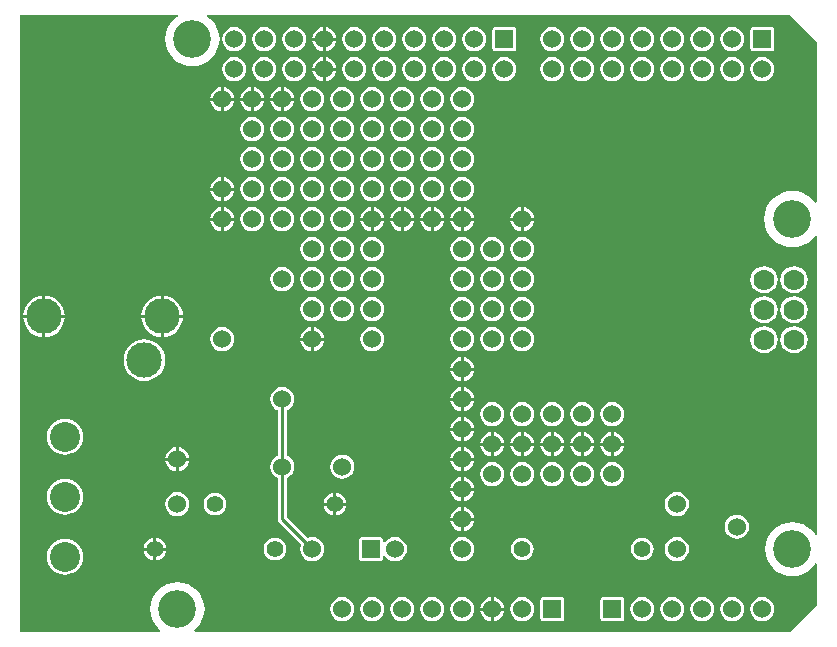
<source format=gtl>
G04 Layer_Physical_Order=1*
G04 Layer_Color=255*
%FSLAX25Y25*%
%MOIN*%
G70*
G01*
G75*
%ADD10C,0.01000*%
%ADD11C,0.06000*%
%ADD12C,0.05512*%
%ADD13C,0.11811*%
%ADD14C,0.07000*%
%ADD15R,0.06000X0.06000*%
%ADD16C,0.12598*%
%ADD17C,0.10000*%
%ADD18C,0.02400*%
%ADD19C,0.02402*%
G36*
X68156Y144170D02*
Y90677D01*
X67656Y90498D01*
X66683Y91683D01*
X65251Y92858D01*
X63617Y93732D01*
X61844Y94270D01*
X60000Y94451D01*
X58156Y94270D01*
X56383Y93732D01*
X54749Y92858D01*
X53317Y91683D01*
X52142Y90251D01*
X51268Y88617D01*
X50730Y86844D01*
X50549Y85000D01*
X50730Y83156D01*
X51268Y81383D01*
X52142Y79749D01*
X53317Y78317D01*
X54749Y77142D01*
X56383Y76268D01*
X58156Y75730D01*
X60000Y75549D01*
X61844Y75730D01*
X63617Y76268D01*
X65251Y77142D01*
X66683Y78317D01*
X67656Y79502D01*
X68156Y79323D01*
Y-20137D01*
X67671Y-20258D01*
X67519Y-19976D01*
X66395Y-18605D01*
X65024Y-17481D01*
X63461Y-16645D01*
X61764Y-16130D01*
X60000Y-15957D01*
X58236Y-16130D01*
X56539Y-16645D01*
X54976Y-17481D01*
X53605Y-18605D01*
X52481Y-19976D01*
X51645Y-21539D01*
X51130Y-23236D01*
X50956Y-25000D01*
X51130Y-26764D01*
X51645Y-28461D01*
X52481Y-30024D01*
X53605Y-31395D01*
X54976Y-32519D01*
X56539Y-33355D01*
X58236Y-33870D01*
X60000Y-34043D01*
X61764Y-33870D01*
X63461Y-33355D01*
X65024Y-32519D01*
X66395Y-31395D01*
X67519Y-30024D01*
X67671Y-29741D01*
X68156Y-29863D01*
Y-43540D01*
X59209Y-52486D01*
X-139193D01*
X-139362Y-52015D01*
X-138605Y-51395D01*
X-137481Y-50024D01*
X-136645Y-48461D01*
X-136130Y-46764D01*
X-135956Y-45000D01*
X-136130Y-43236D01*
X-136645Y-41539D01*
X-137481Y-39976D01*
X-138605Y-38605D01*
X-139976Y-37481D01*
X-141539Y-36645D01*
X-143236Y-36130D01*
X-145000Y-35956D01*
X-146764Y-36130D01*
X-148461Y-36645D01*
X-150024Y-37481D01*
X-151395Y-38605D01*
X-152519Y-39976D01*
X-153355Y-41539D01*
X-153870Y-43236D01*
X-154044Y-45000D01*
X-153870Y-46764D01*
X-153355Y-48461D01*
X-152519Y-50024D01*
X-151395Y-51395D01*
X-150638Y-52015D01*
X-150807Y-52486D01*
X-197486D01*
Y153116D01*
X-144936D01*
X-144815Y152631D01*
X-145024Y152519D01*
X-146395Y151395D01*
X-147519Y150024D01*
X-148355Y148461D01*
X-148870Y146764D01*
X-149044Y145000D01*
X-148870Y143236D01*
X-148355Y141539D01*
X-147519Y139976D01*
X-146395Y138605D01*
X-145024Y137481D01*
X-143461Y136645D01*
X-141764Y136130D01*
X-140000Y135956D01*
X-138236Y136130D01*
X-136539Y136645D01*
X-134976Y137481D01*
X-133605Y138605D01*
X-132481Y139976D01*
X-131645Y141539D01*
X-131130Y143236D01*
X-130956Y145000D01*
X-131130Y146764D01*
X-131645Y148461D01*
X-132481Y150024D01*
X-133605Y151395D01*
X-134976Y152519D01*
X-135185Y152631D01*
X-135064Y153116D01*
X59209D01*
X68156Y144170D01*
D02*
G37*
%LPC*%
G36*
X-40000Y24035D02*
X-41044Y23897D01*
X-42017Y23494D01*
X-42853Y22853D01*
X-43494Y22017D01*
X-43897Y21044D01*
X-44034Y20000D01*
X-43897Y18956D01*
X-43494Y17983D01*
X-42853Y17147D01*
X-42017Y16506D01*
X-41044Y16103D01*
X-40000Y15966D01*
X-38956Y16103D01*
X-37983Y16506D01*
X-37147Y17147D01*
X-36506Y17983D01*
X-36103Y18956D01*
X-35965Y20000D01*
X-36103Y21044D01*
X-36506Y22017D01*
X-37147Y22853D01*
X-37983Y23494D01*
X-38956Y23897D01*
X-40000Y24035D01*
D02*
G37*
G36*
X-20000D02*
X-21044Y23897D01*
X-22017Y23494D01*
X-22853Y22853D01*
X-23494Y22017D01*
X-23897Y21044D01*
X-24035Y20000D01*
X-23897Y18956D01*
X-23494Y17983D01*
X-22853Y17147D01*
X-22017Y16506D01*
X-21044Y16103D01*
X-20000Y15966D01*
X-18956Y16103D01*
X-17983Y16506D01*
X-17147Y17147D01*
X-16506Y17983D01*
X-16103Y18956D01*
X-15966Y20000D01*
X-16103Y21044D01*
X-16506Y22017D01*
X-17147Y22853D01*
X-17983Y23494D01*
X-18956Y23897D01*
X-20000Y24035D01*
D02*
G37*
G36*
X-30000D02*
X-31044Y23897D01*
X-32017Y23494D01*
X-32853Y22853D01*
X-33494Y22017D01*
X-33897Y21044D01*
X-34034Y20000D01*
X-33897Y18956D01*
X-33494Y17983D01*
X-32853Y17147D01*
X-32017Y16506D01*
X-31044Y16103D01*
X-30000Y15966D01*
X-28956Y16103D01*
X-27983Y16506D01*
X-27147Y17147D01*
X-26506Y17983D01*
X-26103Y18956D01*
X-25965Y20000D01*
X-26103Y21044D01*
X-26506Y22017D01*
X-27147Y22853D01*
X-27983Y23494D01*
X-28956Y23897D01*
X-30000Y24035D01*
D02*
G37*
G36*
X-46031Y14500D02*
X-49500D01*
Y11031D01*
X-48956Y11103D01*
X-47983Y11506D01*
X-47147Y12147D01*
X-46506Y12983D01*
X-46103Y13956D01*
X-46031Y14500D01*
D02*
G37*
G36*
X-50500D02*
X-53969D01*
X-53897Y13956D01*
X-53494Y12983D01*
X-52853Y12147D01*
X-52017Y11506D01*
X-51044Y11103D01*
X-50500Y11031D01*
Y14500D01*
D02*
G37*
G36*
X-49500Y18969D02*
Y15500D01*
X-46031D01*
X-46103Y16044D01*
X-46506Y17017D01*
X-47147Y17853D01*
X-47983Y18494D01*
X-48956Y18897D01*
X-49500Y18969D01*
D02*
G37*
G36*
X-50500D02*
X-51044Y18897D01*
X-52017Y18494D01*
X-52853Y17853D01*
X-53494Y17017D01*
X-53897Y16044D01*
X-53969Y15500D01*
X-50500D01*
Y18969D01*
D02*
G37*
G36*
X-49500Y28969D02*
Y25500D01*
X-46031D01*
X-46103Y26044D01*
X-46506Y27017D01*
X-47147Y27853D01*
X-47983Y28494D01*
X-48956Y28897D01*
X-49500Y28969D01*
D02*
G37*
G36*
X-50500D02*
X-51044Y28897D01*
X-52017Y28494D01*
X-52853Y27853D01*
X-53494Y27017D01*
X-53897Y26044D01*
X-53969Y25500D01*
X-50500D01*
Y28969D01*
D02*
G37*
G36*
X-46031Y34500D02*
X-49500D01*
Y31031D01*
X-48956Y31103D01*
X-47983Y31506D01*
X-47147Y32147D01*
X-46506Y32983D01*
X-46103Y33956D01*
X-46031Y34500D01*
D02*
G37*
G36*
X-50500D02*
X-53969D01*
X-53897Y33956D01*
X-53494Y32983D01*
X-52853Y32147D01*
X-52017Y31506D01*
X-51044Y31103D01*
X-50500Y31031D01*
Y34500D01*
D02*
G37*
G36*
X0Y24035D02*
X-1044Y23897D01*
X-2017Y23494D01*
X-2853Y22853D01*
X-3494Y22017D01*
X-3897Y21044D01*
X-4034Y20000D01*
X-3897Y18956D01*
X-3494Y17983D01*
X-2853Y17147D01*
X-2017Y16506D01*
X-1044Y16103D01*
X0Y15966D01*
X1044Y16103D01*
X2017Y16506D01*
X2853Y17147D01*
X3494Y17983D01*
X3897Y18956D01*
X4034Y20000D01*
X3897Y21044D01*
X3494Y22017D01*
X2853Y22853D01*
X2017Y23494D01*
X1044Y23897D01*
X0Y24035D01*
D02*
G37*
G36*
X-10000D02*
X-11044Y23897D01*
X-12017Y23494D01*
X-12853Y22853D01*
X-13494Y22017D01*
X-13897Y21044D01*
X-14035Y20000D01*
X-13897Y18956D01*
X-13494Y17983D01*
X-12853Y17147D01*
X-12017Y16506D01*
X-11044Y16103D01*
X-10000Y15966D01*
X-8956Y16103D01*
X-7983Y16506D01*
X-7147Y17147D01*
X-6506Y17983D01*
X-6103Y18956D01*
X-5965Y20000D01*
X-6103Y21044D01*
X-6506Y22017D01*
X-7147Y22853D01*
X-7983Y23494D01*
X-8956Y23897D01*
X-10000Y24035D01*
D02*
G37*
G36*
X-46031Y24500D02*
X-49500D01*
Y21031D01*
X-48956Y21103D01*
X-47983Y21506D01*
X-47147Y22147D01*
X-46506Y22983D01*
X-46103Y23956D01*
X-46031Y24500D01*
D02*
G37*
G36*
X-50500D02*
X-53969D01*
X-53897Y23956D01*
X-53494Y22983D01*
X-52853Y22147D01*
X-52017Y21506D01*
X-51044Y21103D01*
X-50500Y21031D01*
Y24500D01*
D02*
G37*
G36*
X500Y13969D02*
Y10500D01*
X3969D01*
X3897Y11044D01*
X3494Y12017D01*
X2853Y12853D01*
X2017Y13494D01*
X1044Y13897D01*
X500Y13969D01*
D02*
G37*
G36*
X3969Y9500D02*
X500D01*
Y6031D01*
X1044Y6103D01*
X2017Y6506D01*
X2853Y7147D01*
X3494Y7983D01*
X3897Y8956D01*
X3969Y9500D01*
D02*
G37*
G36*
X-500D02*
X-3969D01*
X-3897Y8956D01*
X-3494Y7983D01*
X-2853Y7147D01*
X-2017Y6506D01*
X-1044Y6103D01*
X-500Y6031D01*
Y9500D01*
D02*
G37*
G36*
X-40500Y13969D02*
X-41044Y13897D01*
X-42017Y13494D01*
X-42853Y12853D01*
X-43494Y12017D01*
X-43897Y11044D01*
X-43969Y10500D01*
X-40500D01*
Y13969D01*
D02*
G37*
G36*
X-182500Y18529D02*
X-183676Y18413D01*
X-184807Y18070D01*
X-185849Y17513D01*
X-186763Y16763D01*
X-187513Y15849D01*
X-188070Y14807D01*
X-188413Y13676D01*
X-188529Y12500D01*
X-188413Y11324D01*
X-188070Y10193D01*
X-187513Y9150D01*
X-186763Y8237D01*
X-185849Y7487D01*
X-184807Y6930D01*
X-183676Y6587D01*
X-182500Y6471D01*
X-181324Y6587D01*
X-180193Y6930D01*
X-179150Y7487D01*
X-178237Y8237D01*
X-177487Y9150D01*
X-176930Y10193D01*
X-176587Y11324D01*
X-176471Y12500D01*
X-176587Y13676D01*
X-176930Y14807D01*
X-177487Y15849D01*
X-178237Y16763D01*
X-179150Y17513D01*
X-180193Y18070D01*
X-181324Y18413D01*
X-182500Y18529D01*
D02*
G37*
G36*
X-16031Y9500D02*
X-19500D01*
Y6031D01*
X-18956Y6103D01*
X-17983Y6506D01*
X-17147Y7147D01*
X-16506Y7983D01*
X-16103Y8956D01*
X-16031Y9500D01*
D02*
G37*
G36*
X-20500D02*
X-23969D01*
X-23897Y8956D01*
X-23494Y7983D01*
X-22853Y7147D01*
X-22017Y6506D01*
X-21044Y6103D01*
X-20500Y6031D01*
Y9500D01*
D02*
G37*
G36*
X-6031D02*
X-9500D01*
Y6031D01*
X-8956Y6103D01*
X-7983Y6506D01*
X-7147Y7147D01*
X-6506Y7983D01*
X-6103Y8956D01*
X-6031Y9500D01*
D02*
G37*
G36*
X-10500D02*
X-13969D01*
X-13897Y8956D01*
X-13494Y7983D01*
X-12853Y7147D01*
X-12017Y6506D01*
X-11044Y6103D01*
X-10500Y6031D01*
Y9500D01*
D02*
G37*
G36*
Y13969D02*
X-11044Y13897D01*
X-12017Y13494D01*
X-12853Y12853D01*
X-13494Y12017D01*
X-13897Y11044D01*
X-13969Y10500D01*
X-10500D01*
Y13969D01*
D02*
G37*
G36*
X-19500D02*
Y10500D01*
X-16031D01*
X-16103Y11044D01*
X-16506Y12017D01*
X-17147Y12853D01*
X-17983Y13494D01*
X-18956Y13897D01*
X-19500Y13969D01*
D02*
G37*
G36*
X-500D02*
X-1044Y13897D01*
X-2017Y13494D01*
X-2853Y12853D01*
X-3494Y12017D01*
X-3897Y11044D01*
X-3969Y10500D01*
X-500D01*
Y13969D01*
D02*
G37*
G36*
X-9500D02*
Y10500D01*
X-6031D01*
X-6103Y11044D01*
X-6506Y12017D01*
X-7147Y12853D01*
X-7983Y13494D01*
X-8956Y13897D01*
X-9500Y13969D01*
D02*
G37*
G36*
X-30500D02*
X-31044Y13897D01*
X-32017Y13494D01*
X-32853Y12853D01*
X-33494Y12017D01*
X-33897Y11044D01*
X-33969Y10500D01*
X-30500D01*
Y13969D01*
D02*
G37*
G36*
X-39500D02*
Y10500D01*
X-36031D01*
X-36103Y11044D01*
X-36506Y12017D01*
X-37147Y12853D01*
X-37983Y13494D01*
X-38956Y13897D01*
X-39500Y13969D01*
D02*
G37*
G36*
X-20500D02*
X-21044Y13897D01*
X-22017Y13494D01*
X-22853Y12853D01*
X-23494Y12017D01*
X-23897Y11044D01*
X-23969Y10500D01*
X-20500D01*
Y13969D01*
D02*
G37*
G36*
X-29500D02*
Y10500D01*
X-26031D01*
X-26103Y11044D01*
X-26506Y12017D01*
X-27147Y12853D01*
X-27983Y13494D01*
X-28956Y13897D01*
X-29500Y13969D01*
D02*
G37*
G36*
X-30000Y59034D02*
X-31044Y58897D01*
X-32017Y58494D01*
X-32853Y57853D01*
X-33494Y57017D01*
X-33897Y56044D01*
X-34034Y55000D01*
X-33897Y53956D01*
X-33494Y52983D01*
X-32853Y52147D01*
X-32017Y51506D01*
X-31044Y51103D01*
X-30000Y50965D01*
X-28956Y51103D01*
X-27983Y51506D01*
X-27147Y52147D01*
X-26506Y52983D01*
X-26103Y53956D01*
X-25965Y55000D01*
X-26103Y56044D01*
X-26506Y57017D01*
X-27147Y57853D01*
X-27983Y58494D01*
X-28956Y58897D01*
X-30000Y59034D01*
D02*
G37*
G36*
X-40000D02*
X-41044Y58897D01*
X-42017Y58494D01*
X-42853Y57853D01*
X-43494Y57017D01*
X-43897Y56044D01*
X-44034Y55000D01*
X-43897Y53956D01*
X-43494Y52983D01*
X-42853Y52147D01*
X-42017Y51506D01*
X-41044Y51103D01*
X-40000Y50965D01*
X-38956Y51103D01*
X-37983Y51506D01*
X-37147Y52147D01*
X-36506Y52983D01*
X-36103Y53956D01*
X-35965Y55000D01*
X-36103Y56044D01*
X-36506Y57017D01*
X-37147Y57853D01*
X-37983Y58494D01*
X-38956Y58897D01*
X-40000Y59034D01*
D02*
G37*
G36*
X-90000Y59035D02*
X-91044Y58897D01*
X-92017Y58494D01*
X-92853Y57853D01*
X-93494Y57017D01*
X-93897Y56044D01*
X-94034Y55000D01*
X-93897Y53956D01*
X-93494Y52983D01*
X-92853Y52147D01*
X-92017Y51506D01*
X-91044Y51103D01*
X-90000Y50965D01*
X-88956Y51103D01*
X-87983Y51506D01*
X-87147Y52147D01*
X-86506Y52983D01*
X-86103Y53956D01*
X-85966Y55000D01*
X-86103Y56044D01*
X-86506Y57017D01*
X-87147Y57853D01*
X-87983Y58494D01*
X-88956Y58897D01*
X-90000Y59035D01*
D02*
G37*
G36*
X-100000D02*
X-101044Y58897D01*
X-102017Y58494D01*
X-102853Y57853D01*
X-103494Y57017D01*
X-103897Y56044D01*
X-104034Y55000D01*
X-103897Y53956D01*
X-103494Y52983D01*
X-102853Y52147D01*
X-102017Y51506D01*
X-101044Y51103D01*
X-100000Y50965D01*
X-98956Y51103D01*
X-97983Y51506D01*
X-97147Y52147D01*
X-96506Y52983D01*
X-96103Y53956D01*
X-95965Y55000D01*
X-96103Y56044D01*
X-96506Y57017D01*
X-97147Y57853D01*
X-97983Y58494D01*
X-98956Y58897D01*
X-100000Y59035D01*
D02*
G37*
G36*
X-143205Y52067D02*
X-149594D01*
Y45677D01*
X-148741Y45761D01*
X-147439Y46156D01*
X-146239Y46797D01*
X-145188Y47660D01*
X-144325Y48712D01*
X-143684Y49911D01*
X-143289Y51213D01*
X-143205Y52067D01*
D02*
G37*
G36*
X-182575D02*
X-188965D01*
Y45677D01*
X-188111Y45761D01*
X-186809Y46156D01*
X-185609Y46797D01*
X-184558Y47660D01*
X-183695Y48712D01*
X-183054Y49911D01*
X-182659Y51213D01*
X-182575Y52067D01*
D02*
G37*
G36*
X60551Y59342D02*
X59377Y59187D01*
X58282Y58734D01*
X57342Y58013D01*
X56621Y57073D01*
X56167Y55978D01*
X56012Y54803D01*
X56167Y53628D01*
X56621Y52534D01*
X57342Y51594D01*
X58282Y50872D01*
X59377Y50419D01*
X60551Y50264D01*
X61726Y50419D01*
X62821Y50872D01*
X63761Y51594D01*
X64482Y52534D01*
X64935Y53628D01*
X65090Y54803D01*
X64935Y55978D01*
X64482Y57073D01*
X63761Y58013D01*
X62821Y58734D01*
X61726Y59187D01*
X60551Y59342D01*
D02*
G37*
G36*
X50551D02*
X49376Y59187D01*
X48282Y58734D01*
X47342Y58013D01*
X46621Y57073D01*
X46167Y55978D01*
X46012Y54803D01*
X46167Y53628D01*
X46621Y52534D01*
X47342Y51594D01*
X48282Y50872D01*
X49376Y50419D01*
X50551Y50264D01*
X51726Y50419D01*
X52821Y50872D01*
X53761Y51594D01*
X54482Y52534D01*
X54935Y53628D01*
X55090Y54803D01*
X54935Y55978D01*
X54482Y57073D01*
X53761Y58013D01*
X52821Y58734D01*
X51726Y59187D01*
X50551Y59342D01*
D02*
G37*
G36*
X-149594Y59457D02*
Y53067D01*
X-143205D01*
X-143289Y53921D01*
X-143684Y55222D01*
X-144325Y56422D01*
X-145188Y57473D01*
X-146239Y58336D01*
X-147439Y58978D01*
X-148741Y59373D01*
X-149594Y59457D01*
D02*
G37*
G36*
X-188965D02*
Y53067D01*
X-182575D01*
X-182659Y53921D01*
X-183054Y55222D01*
X-183695Y56422D01*
X-184558Y57473D01*
X-185609Y58336D01*
X-186809Y58978D01*
X-188111Y59373D01*
X-188965Y59457D01*
D02*
G37*
G36*
X60551Y69342D02*
X59377Y69187D01*
X58282Y68734D01*
X57342Y68013D01*
X56621Y67073D01*
X56167Y65978D01*
X56012Y64803D01*
X56167Y63629D01*
X56621Y62534D01*
X57342Y61594D01*
X58282Y60873D01*
X59377Y60419D01*
X60551Y60264D01*
X61726Y60419D01*
X62821Y60873D01*
X63761Y61594D01*
X64482Y62534D01*
X64935Y63629D01*
X65090Y64803D01*
X64935Y65978D01*
X64482Y67073D01*
X63761Y68013D01*
X62821Y68734D01*
X61726Y69187D01*
X60551Y69342D01*
D02*
G37*
G36*
X50551D02*
X49376Y69187D01*
X48282Y68734D01*
X47342Y68013D01*
X46621Y67073D01*
X46167Y65978D01*
X46012Y64803D01*
X46167Y63629D01*
X46621Y62534D01*
X47342Y61594D01*
X48282Y60873D01*
X49376Y60419D01*
X50551Y60264D01*
X51726Y60419D01*
X52821Y60873D01*
X53761Y61594D01*
X54482Y62534D01*
X54935Y63629D01*
X55090Y64803D01*
X54935Y65978D01*
X54482Y67073D01*
X53761Y68013D01*
X52821Y68734D01*
X51726Y69187D01*
X50551Y69342D01*
D02*
G37*
G36*
X-50000Y59035D02*
X-51044Y58897D01*
X-52017Y58494D01*
X-52853Y57853D01*
X-53494Y57017D01*
X-53897Y56044D01*
X-54035Y55000D01*
X-53897Y53956D01*
X-53494Y52983D01*
X-52853Y52147D01*
X-52017Y51506D01*
X-51044Y51103D01*
X-50000Y50965D01*
X-48956Y51103D01*
X-47983Y51506D01*
X-47147Y52147D01*
X-46506Y52983D01*
X-46103Y53956D01*
X-45965Y55000D01*
X-46103Y56044D01*
X-46506Y57017D01*
X-47147Y57853D01*
X-47983Y58494D01*
X-48956Y58897D01*
X-50000Y59035D01*
D02*
G37*
G36*
X-80000D02*
X-81044Y58897D01*
X-82017Y58494D01*
X-82853Y57853D01*
X-83494Y57017D01*
X-83897Y56044D01*
X-84035Y55000D01*
X-83897Y53956D01*
X-83494Y52983D01*
X-82853Y52147D01*
X-82017Y51506D01*
X-81044Y51103D01*
X-80000Y50965D01*
X-78956Y51103D01*
X-77983Y51506D01*
X-77147Y52147D01*
X-76506Y52983D01*
X-76103Y53956D01*
X-75965Y55000D01*
X-76103Y56044D01*
X-76506Y57017D01*
X-77147Y57853D01*
X-77983Y58494D01*
X-78956Y58897D01*
X-80000Y59035D01*
D02*
G37*
G36*
X-150594Y59457D02*
X-151448Y59373D01*
X-152750Y58978D01*
X-153949Y58336D01*
X-155001Y57473D01*
X-155864Y56422D01*
X-156505Y55222D01*
X-156900Y53921D01*
X-156984Y53067D01*
X-150594D01*
Y59457D01*
D02*
G37*
G36*
X-189965D02*
X-190818Y59373D01*
X-192120Y58978D01*
X-193320Y58336D01*
X-194371Y57473D01*
X-195234Y56422D01*
X-195875Y55222D01*
X-196270Y53921D01*
X-196354Y53067D01*
X-189965D01*
Y59457D01*
D02*
G37*
G36*
X-40000Y49034D02*
X-41044Y48897D01*
X-42017Y48494D01*
X-42853Y47853D01*
X-43494Y47017D01*
X-43897Y46044D01*
X-44034Y45000D01*
X-43897Y43956D01*
X-43494Y42983D01*
X-42853Y42147D01*
X-42017Y41506D01*
X-41044Y41103D01*
X-40000Y40965D01*
X-38956Y41103D01*
X-37983Y41506D01*
X-37147Y42147D01*
X-36506Y42983D01*
X-36103Y43956D01*
X-35965Y45000D01*
X-36103Y46044D01*
X-36506Y47017D01*
X-37147Y47853D01*
X-37983Y48494D01*
X-38956Y48897D01*
X-40000Y49034D01*
D02*
G37*
G36*
X60551Y49342D02*
X59377Y49187D01*
X58282Y48734D01*
X57342Y48013D01*
X56621Y47073D01*
X56167Y45978D01*
X56012Y44803D01*
X56167Y43628D01*
X56621Y42534D01*
X57342Y41594D01*
X58282Y40872D01*
X59377Y40419D01*
X60551Y40264D01*
X61726Y40419D01*
X62821Y40872D01*
X63761Y41594D01*
X64482Y42534D01*
X64935Y43628D01*
X65090Y44803D01*
X64935Y45978D01*
X64482Y47073D01*
X63761Y48013D01*
X62821Y48734D01*
X61726Y49187D01*
X60551Y49342D01*
D02*
G37*
G36*
X-130000Y49035D02*
X-131044Y48897D01*
X-132017Y48494D01*
X-132853Y47853D01*
X-133494Y47017D01*
X-133897Y46044D01*
X-134035Y45000D01*
X-133897Y43956D01*
X-133494Y42983D01*
X-132853Y42147D01*
X-132017Y41506D01*
X-131044Y41103D01*
X-130000Y40966D01*
X-128956Y41103D01*
X-127983Y41506D01*
X-127147Y42147D01*
X-126506Y42983D01*
X-126103Y43956D01*
X-125965Y45000D01*
X-126103Y46044D01*
X-126506Y47017D01*
X-127147Y47853D01*
X-127983Y48494D01*
X-128956Y48897D01*
X-130000Y49035D01*
D02*
G37*
G36*
X-30000Y49034D02*
X-31044Y48897D01*
X-32017Y48494D01*
X-32853Y47853D01*
X-33494Y47017D01*
X-33897Y46044D01*
X-34034Y45000D01*
X-33897Y43956D01*
X-33494Y42983D01*
X-32853Y42147D01*
X-32017Y41506D01*
X-31044Y41103D01*
X-30000Y40965D01*
X-28956Y41103D01*
X-27983Y41506D01*
X-27147Y42147D01*
X-26506Y42983D01*
X-26103Y43956D01*
X-25965Y45000D01*
X-26103Y46044D01*
X-26506Y47017D01*
X-27147Y47853D01*
X-27983Y48494D01*
X-28956Y48897D01*
X-30000Y49034D01*
D02*
G37*
G36*
X-50500Y38969D02*
X-51044Y38897D01*
X-52017Y38494D01*
X-52853Y37853D01*
X-53494Y37017D01*
X-53897Y36044D01*
X-53969Y35500D01*
X-50500D01*
Y38969D01*
D02*
G37*
G36*
X-156000Y44939D02*
X-157354Y44806D01*
X-158655Y44411D01*
X-159855Y43769D01*
X-160907Y42907D01*
X-161769Y41855D01*
X-162411Y40655D01*
X-162806Y39354D01*
X-162939Y38000D01*
X-162806Y36646D01*
X-162411Y35345D01*
X-161769Y34145D01*
X-160907Y33093D01*
X-159855Y32230D01*
X-158655Y31589D01*
X-157354Y31194D01*
X-156000Y31061D01*
X-154646Y31194D01*
X-153345Y31589D01*
X-152145Y32230D01*
X-151093Y33093D01*
X-150231Y34145D01*
X-149589Y35345D01*
X-149194Y36646D01*
X-149061Y38000D01*
X-149194Y39354D01*
X-149589Y40655D01*
X-150231Y41855D01*
X-151093Y42907D01*
X-152145Y43769D01*
X-153345Y44411D01*
X-154646Y44806D01*
X-156000Y44939D01*
D02*
G37*
G36*
X50551Y49342D02*
X49376Y49187D01*
X48282Y48734D01*
X47342Y48013D01*
X46621Y47073D01*
X46167Y45978D01*
X46012Y44803D01*
X46167Y43628D01*
X46621Y42534D01*
X47342Y41594D01*
X48282Y40872D01*
X49376Y40419D01*
X50551Y40264D01*
X51726Y40419D01*
X52821Y40872D01*
X53761Y41594D01*
X54482Y42534D01*
X54935Y43628D01*
X55090Y44803D01*
X54935Y45978D01*
X54482Y47073D01*
X53761Y48013D01*
X52821Y48734D01*
X51726Y49187D01*
X50551Y49342D01*
D02*
G37*
G36*
X-49500Y38969D02*
Y35500D01*
X-46031D01*
X-46103Y36044D01*
X-46506Y37017D01*
X-47147Y37853D01*
X-47983Y38494D01*
X-48956Y38897D01*
X-49500Y38969D01*
D02*
G37*
G36*
X-99500Y48969D02*
Y45500D01*
X-96031D01*
X-96103Y46044D01*
X-96506Y47017D01*
X-97147Y47853D01*
X-97983Y48494D01*
X-98956Y48897D01*
X-99500Y48969D01*
D02*
G37*
G36*
X-100500D02*
X-101044Y48897D01*
X-102017Y48494D01*
X-102853Y47853D01*
X-103494Y47017D01*
X-103897Y46044D01*
X-103969Y45500D01*
X-100500D01*
Y48969D01*
D02*
G37*
G36*
X-150594Y52067D02*
X-156984D01*
X-156900Y51213D01*
X-156505Y49911D01*
X-155864Y48712D01*
X-155001Y47660D01*
X-153949Y46797D01*
X-152750Y46156D01*
X-151448Y45761D01*
X-150594Y45677D01*
Y52067D01*
D02*
G37*
G36*
X-189965D02*
X-196354D01*
X-196270Y51213D01*
X-195875Y49911D01*
X-195234Y48712D01*
X-194371Y47660D01*
X-193320Y46797D01*
X-192120Y46156D01*
X-190818Y45761D01*
X-189965Y45677D01*
Y52067D01*
D02*
G37*
G36*
X-50000Y49035D02*
X-51044Y48897D01*
X-52017Y48494D01*
X-52853Y47853D01*
X-53494Y47017D01*
X-53897Y46044D01*
X-54035Y45000D01*
X-53897Y43956D01*
X-53494Y42983D01*
X-52853Y42147D01*
X-52017Y41506D01*
X-51044Y41103D01*
X-50000Y40966D01*
X-48956Y41103D01*
X-47983Y41506D01*
X-47147Y42147D01*
X-46506Y42983D01*
X-46103Y43956D01*
X-45965Y45000D01*
X-46103Y46044D01*
X-46506Y47017D01*
X-47147Y47853D01*
X-47983Y48494D01*
X-48956Y48897D01*
X-50000Y49035D01*
D02*
G37*
G36*
X-80000D02*
X-81044Y48897D01*
X-82017Y48494D01*
X-82853Y47853D01*
X-83494Y47017D01*
X-83897Y46044D01*
X-84035Y45000D01*
X-83897Y43956D01*
X-83494Y42983D01*
X-82853Y42147D01*
X-82017Y41506D01*
X-81044Y41103D01*
X-80000Y40966D01*
X-78956Y41103D01*
X-77983Y41506D01*
X-77147Y42147D01*
X-76506Y42983D01*
X-76103Y43956D01*
X-75965Y45000D01*
X-76103Y46044D01*
X-76506Y47017D01*
X-77147Y47853D01*
X-77983Y48494D01*
X-78956Y48897D01*
X-80000Y49035D01*
D02*
G37*
G36*
X-96031Y44500D02*
X-99500D01*
Y41031D01*
X-98956Y41103D01*
X-97983Y41506D01*
X-97147Y42147D01*
X-96506Y42983D01*
X-96103Y43956D01*
X-96031Y44500D01*
D02*
G37*
G36*
X-100500D02*
X-103969D01*
X-103897Y43956D01*
X-103494Y42983D01*
X-102853Y42147D01*
X-102017Y41506D01*
X-101044Y41103D01*
X-100500Y41031D01*
Y44500D01*
D02*
G37*
G36*
X-112500Y-21212D02*
X-113480Y-21341D01*
X-114394Y-21719D01*
X-115179Y-22321D01*
X-115781Y-23106D01*
X-116159Y-24020D01*
X-116288Y-25000D01*
X-116159Y-25981D01*
X-115781Y-26894D01*
X-115179Y-27679D01*
X-114394Y-28281D01*
X-113480Y-28659D01*
X-112500Y-28789D01*
X-111519Y-28659D01*
X-110606Y-28281D01*
X-109821Y-27679D01*
X-109219Y-26894D01*
X-108841Y-25981D01*
X-108712Y-25000D01*
X-108841Y-24020D01*
X-109219Y-23106D01*
X-109821Y-22321D01*
X-110606Y-21719D01*
X-111519Y-21341D01*
X-112500Y-21212D01*
D02*
G37*
G36*
X21500Y-20966D02*
X20456Y-21103D01*
X19483Y-21506D01*
X18647Y-22147D01*
X18006Y-22983D01*
X17603Y-23956D01*
X17466Y-25000D01*
X17603Y-26044D01*
X18006Y-27017D01*
X18647Y-27853D01*
X19483Y-28494D01*
X20456Y-28897D01*
X21500Y-29035D01*
X22544Y-28897D01*
X23517Y-28494D01*
X24353Y-27853D01*
X24994Y-27017D01*
X25397Y-26044D01*
X25534Y-25000D01*
X25397Y-23956D01*
X24994Y-22983D01*
X24353Y-22147D01*
X23517Y-21506D01*
X22544Y-21103D01*
X21500Y-20966D01*
D02*
G37*
G36*
X10000Y-21212D02*
X9020Y-21341D01*
X8106Y-21719D01*
X7321Y-22321D01*
X6719Y-23106D01*
X6341Y-24019D01*
X6212Y-25000D01*
X6341Y-25980D01*
X6719Y-26894D01*
X7321Y-27679D01*
X8106Y-28281D01*
X9020Y-28659D01*
X10000Y-28788D01*
X10981Y-28659D01*
X11894Y-28281D01*
X12679Y-27679D01*
X13281Y-26894D01*
X13659Y-25980D01*
X13788Y-25000D01*
X13659Y-24019D01*
X13281Y-23106D01*
X12679Y-22321D01*
X11894Y-21719D01*
X10981Y-21341D01*
X10000Y-21212D01*
D02*
G37*
G36*
X-30000D02*
X-30981Y-21341D01*
X-31894Y-21719D01*
X-32679Y-22321D01*
X-33281Y-23106D01*
X-33659Y-24019D01*
X-33788Y-25000D01*
X-33659Y-25980D01*
X-33281Y-26894D01*
X-32679Y-27679D01*
X-31894Y-28281D01*
X-30981Y-28659D01*
X-30000Y-28788D01*
X-29019Y-28659D01*
X-28106Y-28281D01*
X-27321Y-27679D01*
X-26719Y-26894D01*
X-26341Y-25980D01*
X-26212Y-25000D01*
X-26341Y-24019D01*
X-26719Y-23106D01*
X-27321Y-22321D01*
X-28106Y-21719D01*
X-29019Y-21341D01*
X-30000Y-21212D01*
D02*
G37*
G36*
X-182500Y-21471D02*
X-183676Y-21587D01*
X-184807Y-21930D01*
X-185849Y-22487D01*
X-186763Y-23237D01*
X-187513Y-24150D01*
X-188070Y-25193D01*
X-188413Y-26324D01*
X-188529Y-27500D01*
X-188413Y-28676D01*
X-188070Y-29807D01*
X-187513Y-30849D01*
X-186763Y-31763D01*
X-185849Y-32513D01*
X-184807Y-33070D01*
X-183676Y-33413D01*
X-182500Y-33529D01*
X-181324Y-33413D01*
X-180193Y-33070D01*
X-179150Y-32513D01*
X-178237Y-31763D01*
X-177487Y-30849D01*
X-176930Y-29807D01*
X-176587Y-28676D01*
X-176471Y-27500D01*
X-176587Y-26324D01*
X-176930Y-25193D01*
X-177487Y-24150D01*
X-178237Y-23237D01*
X-179150Y-22487D01*
X-180193Y-21930D01*
X-181324Y-21587D01*
X-182500Y-21471D01*
D02*
G37*
G36*
X-39500Y-41031D02*
Y-44500D01*
X-36031D01*
X-36103Y-43956D01*
X-36506Y-42983D01*
X-37147Y-42147D01*
X-37983Y-41506D01*
X-38956Y-41103D01*
X-39500Y-41031D01*
D02*
G37*
G36*
X-50000Y-20966D02*
X-51044Y-21103D01*
X-52017Y-21506D01*
X-52853Y-22147D01*
X-53494Y-22983D01*
X-53897Y-23956D01*
X-54035Y-25000D01*
X-53897Y-26044D01*
X-53494Y-27017D01*
X-52853Y-27853D01*
X-52017Y-28494D01*
X-51044Y-28897D01*
X-50000Y-29035D01*
X-48956Y-28897D01*
X-47983Y-28494D01*
X-47147Y-27853D01*
X-46506Y-27017D01*
X-46103Y-26044D01*
X-45965Y-25000D01*
X-46103Y-23956D01*
X-46506Y-22983D01*
X-47147Y-22147D01*
X-47983Y-21506D01*
X-48956Y-21103D01*
X-50000Y-20966D01*
D02*
G37*
G36*
X-110000Y29035D02*
X-111044Y28897D01*
X-112017Y28494D01*
X-112853Y27853D01*
X-113494Y27017D01*
X-113897Y26044D01*
X-114034Y25000D01*
X-113897Y23956D01*
X-113494Y22983D01*
X-112853Y22147D01*
X-112017Y21506D01*
X-111529Y21304D01*
Y6196D01*
X-112017Y5994D01*
X-112853Y5353D01*
X-113494Y4517D01*
X-113897Y3544D01*
X-114034Y2500D01*
X-113897Y1456D01*
X-113494Y483D01*
X-112853Y-353D01*
X-112017Y-994D01*
X-111529Y-1196D01*
Y-15000D01*
X-111413Y-15585D01*
X-111081Y-16082D01*
X-103695Y-23468D01*
X-103897Y-23956D01*
X-104034Y-25000D01*
X-103897Y-26044D01*
X-103494Y-27017D01*
X-102853Y-27853D01*
X-102017Y-28494D01*
X-101044Y-28897D01*
X-100000Y-29035D01*
X-98956Y-28897D01*
X-97983Y-28494D01*
X-97147Y-27853D01*
X-96506Y-27017D01*
X-96103Y-26044D01*
X-95965Y-25000D01*
X-96103Y-23956D01*
X-96506Y-22983D01*
X-97147Y-22147D01*
X-97983Y-21506D01*
X-98956Y-21103D01*
X-100000Y-20966D01*
X-101044Y-21103D01*
X-101532Y-21305D01*
X-108471Y-14367D01*
Y-1196D01*
X-107983Y-994D01*
X-107147Y-353D01*
X-106506Y483D01*
X-106103Y1456D01*
X-105965Y2500D01*
X-106103Y3544D01*
X-106506Y4517D01*
X-107147Y5353D01*
X-107983Y5994D01*
X-108471Y6196D01*
Y21304D01*
X-107983Y21506D01*
X-107147Y22147D01*
X-106506Y22983D01*
X-106103Y23956D01*
X-105965Y25000D01*
X-106103Y26044D01*
X-106506Y27017D01*
X-107147Y27853D01*
X-107983Y28494D01*
X-108956Y28897D01*
X-110000Y29035D01*
D02*
G37*
G36*
X41500Y-13465D02*
X40456Y-13603D01*
X39483Y-14006D01*
X38647Y-14647D01*
X38006Y-15483D01*
X37603Y-16456D01*
X37466Y-17500D01*
X37603Y-18544D01*
X38006Y-19517D01*
X38647Y-20353D01*
X39483Y-20994D01*
X40456Y-21397D01*
X41500Y-21534D01*
X42544Y-21397D01*
X43517Y-20994D01*
X44353Y-20353D01*
X44994Y-19517D01*
X45397Y-18544D01*
X45535Y-17500D01*
X45397Y-16456D01*
X44994Y-15483D01*
X44353Y-14647D01*
X43517Y-14006D01*
X42544Y-13603D01*
X41500Y-13465D01*
D02*
G37*
G36*
X-72500Y-20966D02*
X-73544Y-21103D01*
X-74517Y-21506D01*
X-75353Y-22147D01*
X-75854Y-22801D01*
X-76354Y-22631D01*
Y-22000D01*
X-76432Y-21610D01*
X-76653Y-21279D01*
X-76984Y-21058D01*
X-77374Y-20980D01*
X-83374D01*
X-83764Y-21058D01*
X-84095Y-21279D01*
X-84316Y-21610D01*
X-84394Y-22000D01*
Y-28000D01*
X-84316Y-28390D01*
X-84095Y-28721D01*
X-83764Y-28942D01*
X-83374Y-29020D01*
X-77374D01*
X-76984Y-28942D01*
X-76653Y-28721D01*
X-76432Y-28390D01*
X-76354Y-28000D01*
Y-27369D01*
X-75854Y-27199D01*
X-75353Y-27853D01*
X-74517Y-28494D01*
X-73544Y-28897D01*
X-72500Y-29035D01*
X-71456Y-28897D01*
X-70483Y-28494D01*
X-69647Y-27853D01*
X-69006Y-27017D01*
X-68603Y-26044D01*
X-68466Y-25000D01*
X-68603Y-23956D01*
X-69006Y-22983D01*
X-69647Y-22147D01*
X-70483Y-21506D01*
X-71456Y-21103D01*
X-72500Y-20966D01*
D02*
G37*
G36*
X-46031Y-15500D02*
X-49500D01*
Y-18969D01*
X-48956Y-18897D01*
X-47983Y-18494D01*
X-47147Y-17853D01*
X-46506Y-17017D01*
X-46103Y-16044D01*
X-46031Y-15500D01*
D02*
G37*
G36*
X-50500D02*
X-53969D01*
X-53897Y-16044D01*
X-53494Y-17017D01*
X-52853Y-17853D01*
X-52017Y-18494D01*
X-51044Y-18897D01*
X-50500Y-18969D01*
Y-15500D01*
D02*
G37*
G36*
X-148777Y-25500D02*
X-152000D01*
Y-28723D01*
X-151519Y-28659D01*
X-150606Y-28281D01*
X-149821Y-27679D01*
X-149219Y-26894D01*
X-148841Y-25981D01*
X-148777Y-25500D01*
D02*
G37*
G36*
X-153000D02*
X-156222D01*
X-156159Y-25981D01*
X-155781Y-26894D01*
X-155179Y-27679D01*
X-154394Y-28281D01*
X-153480Y-28659D01*
X-153000Y-28723D01*
Y-25500D01*
D02*
G37*
G36*
X-152000Y-21278D02*
Y-24500D01*
X-148777D01*
X-148841Y-24020D01*
X-149219Y-23106D01*
X-149821Y-22321D01*
X-150606Y-21719D01*
X-151519Y-21341D01*
X-152000Y-21278D01*
D02*
G37*
G36*
X-153000D02*
X-153480Y-21341D01*
X-154394Y-21719D01*
X-155179Y-22321D01*
X-155781Y-23106D01*
X-156159Y-24020D01*
X-156222Y-24500D01*
X-153000D01*
Y-21278D01*
D02*
G37*
G36*
X-30000Y-40966D02*
X-31044Y-41103D01*
X-32017Y-41506D01*
X-32853Y-42147D01*
X-33494Y-42983D01*
X-33897Y-43956D01*
X-34034Y-45000D01*
X-33897Y-46044D01*
X-33494Y-47017D01*
X-32853Y-47853D01*
X-32017Y-48494D01*
X-31044Y-48897D01*
X-30000Y-49035D01*
X-28956Y-48897D01*
X-27983Y-48494D01*
X-27147Y-47853D01*
X-26506Y-47017D01*
X-26103Y-46044D01*
X-25965Y-45000D01*
X-26103Y-43956D01*
X-26506Y-42983D01*
X-27147Y-42147D01*
X-27983Y-41506D01*
X-28956Y-41103D01*
X-30000Y-40966D01*
D02*
G37*
G36*
X-50000D02*
X-51044Y-41103D01*
X-52017Y-41506D01*
X-52853Y-42147D01*
X-53494Y-42983D01*
X-53897Y-43956D01*
X-54035Y-45000D01*
X-53897Y-46044D01*
X-53494Y-47017D01*
X-52853Y-47853D01*
X-52017Y-48494D01*
X-51044Y-48897D01*
X-50000Y-49035D01*
X-48956Y-48897D01*
X-47983Y-48494D01*
X-47147Y-47853D01*
X-46506Y-47017D01*
X-46103Y-46044D01*
X-45965Y-45000D01*
X-46103Y-43956D01*
X-46506Y-42983D01*
X-47147Y-42147D01*
X-47983Y-41506D01*
X-48956Y-41103D01*
X-50000Y-40966D01*
D02*
G37*
G36*
X20000D02*
X18956Y-41103D01*
X17983Y-41506D01*
X17147Y-42147D01*
X16506Y-42983D01*
X16103Y-43956D01*
X15966Y-45000D01*
X16103Y-46044D01*
X16506Y-47017D01*
X17147Y-47853D01*
X17983Y-48494D01*
X18956Y-48897D01*
X20000Y-49035D01*
X21044Y-48897D01*
X22017Y-48494D01*
X22853Y-47853D01*
X23494Y-47017D01*
X23897Y-46044D01*
X24035Y-45000D01*
X23897Y-43956D01*
X23494Y-42983D01*
X22853Y-42147D01*
X22017Y-41506D01*
X21044Y-41103D01*
X20000Y-40966D01*
D02*
G37*
G36*
X10000D02*
X8956Y-41103D01*
X7983Y-41506D01*
X7147Y-42147D01*
X6506Y-42983D01*
X6103Y-43956D01*
X5965Y-45000D01*
X6103Y-46044D01*
X6506Y-47017D01*
X7147Y-47853D01*
X7983Y-48494D01*
X8956Y-48897D01*
X10000Y-49035D01*
X11044Y-48897D01*
X12017Y-48494D01*
X12853Y-47853D01*
X13494Y-47017D01*
X13897Y-46044D01*
X14035Y-45000D01*
X13897Y-43956D01*
X13494Y-42983D01*
X12853Y-42147D01*
X12017Y-41506D01*
X11044Y-41103D01*
X10000Y-40966D01*
D02*
G37*
G36*
X-80000D02*
X-81044Y-41103D01*
X-82017Y-41506D01*
X-82853Y-42147D01*
X-83494Y-42983D01*
X-83897Y-43956D01*
X-84035Y-45000D01*
X-83897Y-46044D01*
X-83494Y-47017D01*
X-82853Y-47853D01*
X-82017Y-48494D01*
X-81044Y-48897D01*
X-80000Y-49035D01*
X-78956Y-48897D01*
X-77983Y-48494D01*
X-77147Y-47853D01*
X-76506Y-47017D01*
X-76103Y-46044D01*
X-75965Y-45000D01*
X-76103Y-43956D01*
X-76506Y-42983D01*
X-77147Y-42147D01*
X-77983Y-41506D01*
X-78956Y-41103D01*
X-80000Y-40966D01*
D02*
G37*
G36*
X-90000D02*
X-91044Y-41103D01*
X-92017Y-41506D01*
X-92853Y-42147D01*
X-93494Y-42983D01*
X-93897Y-43956D01*
X-94034Y-45000D01*
X-93897Y-46044D01*
X-93494Y-47017D01*
X-92853Y-47853D01*
X-92017Y-48494D01*
X-91044Y-48897D01*
X-90000Y-49035D01*
X-88956Y-48897D01*
X-87983Y-48494D01*
X-87147Y-47853D01*
X-86506Y-47017D01*
X-86103Y-46044D01*
X-85966Y-45000D01*
X-86103Y-43956D01*
X-86506Y-42983D01*
X-87147Y-42147D01*
X-87983Y-41506D01*
X-88956Y-41103D01*
X-90000Y-40966D01*
D02*
G37*
G36*
X-60000D02*
X-61044Y-41103D01*
X-62017Y-41506D01*
X-62853Y-42147D01*
X-63494Y-42983D01*
X-63897Y-43956D01*
X-64034Y-45000D01*
X-63897Y-46044D01*
X-63494Y-47017D01*
X-62853Y-47853D01*
X-62017Y-48494D01*
X-61044Y-48897D01*
X-60000Y-49035D01*
X-58956Y-48897D01*
X-57983Y-48494D01*
X-57147Y-47853D01*
X-56506Y-47017D01*
X-56103Y-46044D01*
X-55966Y-45000D01*
X-56103Y-43956D01*
X-56506Y-42983D01*
X-57147Y-42147D01*
X-57983Y-41506D01*
X-58956Y-41103D01*
X-60000Y-40966D01*
D02*
G37*
G36*
X-70000D02*
X-71044Y-41103D01*
X-72017Y-41506D01*
X-72853Y-42147D01*
X-73494Y-42983D01*
X-73897Y-43956D01*
X-74035Y-45000D01*
X-73897Y-46044D01*
X-73494Y-47017D01*
X-72853Y-47853D01*
X-72017Y-48494D01*
X-71044Y-48897D01*
X-70000Y-49035D01*
X-68956Y-48897D01*
X-67983Y-48494D01*
X-67147Y-47853D01*
X-66506Y-47017D01*
X-66103Y-46044D01*
X-65965Y-45000D01*
X-66103Y-43956D01*
X-66506Y-42983D01*
X-67147Y-42147D01*
X-67983Y-41506D01*
X-68956Y-41103D01*
X-70000Y-40966D01*
D02*
G37*
G36*
X-40500Y-45500D02*
X-43969D01*
X-43897Y-46044D01*
X-43494Y-47017D01*
X-42853Y-47853D01*
X-42017Y-48494D01*
X-41044Y-48897D01*
X-40500Y-48969D01*
Y-45500D01*
D02*
G37*
G36*
X3000Y-40980D02*
X-3000D01*
X-3390Y-41058D01*
X-3721Y-41279D01*
X-3942Y-41610D01*
X-4020Y-42000D01*
Y-48000D01*
X-3942Y-48390D01*
X-3721Y-48721D01*
X-3390Y-48942D01*
X-3000Y-49020D01*
X3000D01*
X3390Y-48942D01*
X3721Y-48721D01*
X3942Y-48390D01*
X4020Y-48000D01*
Y-42000D01*
X3942Y-41610D01*
X3721Y-41279D01*
X3390Y-41058D01*
X3000Y-40980D01*
D02*
G37*
G36*
X-40500Y-41031D02*
X-41044Y-41103D01*
X-42017Y-41506D01*
X-42853Y-42147D01*
X-43494Y-42983D01*
X-43897Y-43956D01*
X-43969Y-44500D01*
X-40500D01*
Y-41031D01*
D02*
G37*
G36*
X-36031Y-45500D02*
X-39500D01*
Y-48969D01*
X-38956Y-48897D01*
X-37983Y-48494D01*
X-37147Y-47853D01*
X-36506Y-47017D01*
X-36103Y-46044D01*
X-36031Y-45500D01*
D02*
G37*
G36*
X40000Y-40966D02*
X38956Y-41103D01*
X37983Y-41506D01*
X37147Y-42147D01*
X36506Y-42983D01*
X36103Y-43956D01*
X35965Y-45000D01*
X36103Y-46044D01*
X36506Y-47017D01*
X37147Y-47853D01*
X37983Y-48494D01*
X38956Y-48897D01*
X40000Y-49035D01*
X41044Y-48897D01*
X42017Y-48494D01*
X42853Y-47853D01*
X43494Y-47017D01*
X43897Y-46044D01*
X44034Y-45000D01*
X43897Y-43956D01*
X43494Y-42983D01*
X42853Y-42147D01*
X42017Y-41506D01*
X41044Y-41103D01*
X40000Y-40966D01*
D02*
G37*
G36*
X30000D02*
X28956Y-41103D01*
X27983Y-41506D01*
X27147Y-42147D01*
X26506Y-42983D01*
X26103Y-43956D01*
X25965Y-45000D01*
X26103Y-46044D01*
X26506Y-47017D01*
X27147Y-47853D01*
X27983Y-48494D01*
X28956Y-48897D01*
X30000Y-49035D01*
X31044Y-48897D01*
X32017Y-48494D01*
X32853Y-47853D01*
X33494Y-47017D01*
X33897Y-46044D01*
X34034Y-45000D01*
X33897Y-43956D01*
X33494Y-42983D01*
X32853Y-42147D01*
X32017Y-41506D01*
X31044Y-41103D01*
X30000Y-40966D01*
D02*
G37*
G36*
X-17000Y-40980D02*
X-23000D01*
X-23390Y-41058D01*
X-23721Y-41279D01*
X-23942Y-41610D01*
X-24020Y-42000D01*
Y-48000D01*
X-23942Y-48390D01*
X-23721Y-48721D01*
X-23390Y-48942D01*
X-23000Y-49020D01*
X-17000D01*
X-16610Y-48942D01*
X-16279Y-48721D01*
X-16058Y-48390D01*
X-15980Y-48000D01*
Y-42000D01*
X-16058Y-41610D01*
X-16279Y-41279D01*
X-16610Y-41058D01*
X-17000Y-40980D01*
D02*
G37*
G36*
X50000Y-40966D02*
X48956Y-41103D01*
X47983Y-41506D01*
X47147Y-42147D01*
X46506Y-42983D01*
X46103Y-43956D01*
X45965Y-45000D01*
X46103Y-46044D01*
X46506Y-47017D01*
X47147Y-47853D01*
X47983Y-48494D01*
X48956Y-48897D01*
X50000Y-49035D01*
X51044Y-48897D01*
X52017Y-48494D01*
X52853Y-47853D01*
X53494Y-47017D01*
X53897Y-46044D01*
X54035Y-45000D01*
X53897Y-43956D01*
X53494Y-42983D01*
X52853Y-42147D01*
X52017Y-41506D01*
X51044Y-41103D01*
X50000Y-40966D01*
D02*
G37*
G36*
X-141031Y4500D02*
X-144500D01*
Y1031D01*
X-143956Y1103D01*
X-142983Y1506D01*
X-142147Y2147D01*
X-141506Y2983D01*
X-141103Y3956D01*
X-141031Y4500D01*
D02*
G37*
G36*
X-145500D02*
X-148969D01*
X-148897Y3956D01*
X-148494Y2983D01*
X-147853Y2147D01*
X-147017Y1506D01*
X-146044Y1103D01*
X-145500Y1031D01*
Y4500D01*
D02*
G37*
G36*
X-46031D02*
X-49500D01*
Y1031D01*
X-48956Y1103D01*
X-47983Y1506D01*
X-47147Y2147D01*
X-46506Y2983D01*
X-46103Y3956D01*
X-46031Y4500D01*
D02*
G37*
G36*
X-50500D02*
X-53969D01*
X-53897Y3956D01*
X-53494Y2983D01*
X-52853Y2147D01*
X-52017Y1506D01*
X-51044Y1103D01*
X-50500Y1031D01*
Y4500D01*
D02*
G37*
G36*
X-10000Y4034D02*
X-11044Y3897D01*
X-12017Y3494D01*
X-12853Y2853D01*
X-13494Y2017D01*
X-13897Y1044D01*
X-14035Y0D01*
X-13897Y-1044D01*
X-13494Y-2017D01*
X-12853Y-2853D01*
X-12017Y-3494D01*
X-11044Y-3897D01*
X-10000Y-4034D01*
X-8956Y-3897D01*
X-7983Y-3494D01*
X-7147Y-2853D01*
X-6506Y-2017D01*
X-6103Y-1044D01*
X-5965Y0D01*
X-6103Y1044D01*
X-6506Y2017D01*
X-7147Y2853D01*
X-7983Y3494D01*
X-8956Y3897D01*
X-10000Y4034D01*
D02*
G37*
G36*
X-20000D02*
X-21044Y3897D01*
X-22017Y3494D01*
X-22853Y2853D01*
X-23494Y2017D01*
X-23897Y1044D01*
X-24035Y0D01*
X-23897Y-1044D01*
X-23494Y-2017D01*
X-22853Y-2853D01*
X-22017Y-3494D01*
X-21044Y-3897D01*
X-20000Y-4034D01*
X-18956Y-3897D01*
X-17983Y-3494D01*
X-17147Y-2853D01*
X-16506Y-2017D01*
X-16103Y-1044D01*
X-15966Y0D01*
X-16103Y1044D01*
X-16506Y2017D01*
X-17147Y2853D01*
X-17983Y3494D01*
X-18956Y3897D01*
X-20000Y4034D01*
D02*
G37*
G36*
X-90000Y6534D02*
X-91044Y6397D01*
X-92017Y5994D01*
X-92853Y5353D01*
X-93494Y4517D01*
X-93897Y3544D01*
X-94034Y2500D01*
X-93897Y1456D01*
X-93494Y483D01*
X-92853Y-353D01*
X-92017Y-994D01*
X-91044Y-1397D01*
X-90000Y-1534D01*
X-88956Y-1397D01*
X-87983Y-994D01*
X-87147Y-353D01*
X-86506Y483D01*
X-86103Y1456D01*
X-85966Y2500D01*
X-86103Y3544D01*
X-86506Y4517D01*
X-87147Y5353D01*
X-87983Y5994D01*
X-88956Y6397D01*
X-90000Y6534D01*
D02*
G37*
G36*
X0Y4034D02*
X-1044Y3897D01*
X-2017Y3494D01*
X-2853Y2853D01*
X-3494Y2017D01*
X-3897Y1044D01*
X-4034Y0D01*
X-3897Y-1044D01*
X-3494Y-2017D01*
X-2853Y-2853D01*
X-2017Y-3494D01*
X-1044Y-3897D01*
X0Y-4034D01*
X1044Y-3897D01*
X2017Y-3494D01*
X2853Y-2853D01*
X3494Y-2017D01*
X3897Y-1044D01*
X4034Y0D01*
X3897Y1044D01*
X3494Y2017D01*
X2853Y2853D01*
X2017Y3494D01*
X1044Y3897D01*
X0Y4034D01*
D02*
G37*
G36*
X-36031Y9500D02*
X-39500D01*
Y6031D01*
X-38956Y6103D01*
X-37983Y6506D01*
X-37147Y7147D01*
X-36506Y7983D01*
X-36103Y8956D01*
X-36031Y9500D01*
D02*
G37*
G36*
X-40500D02*
X-43969D01*
X-43897Y8956D01*
X-43494Y7983D01*
X-42853Y7147D01*
X-42017Y6506D01*
X-41044Y6103D01*
X-40500Y6031D01*
Y9500D01*
D02*
G37*
G36*
X-26031D02*
X-29500D01*
Y6031D01*
X-28956Y6103D01*
X-27983Y6506D01*
X-27147Y7147D01*
X-26506Y7983D01*
X-26103Y8956D01*
X-26031Y9500D01*
D02*
G37*
G36*
X-30500D02*
X-33969D01*
X-33897Y8956D01*
X-33494Y7983D01*
X-32853Y7147D01*
X-32017Y6506D01*
X-31044Y6103D01*
X-30500Y6031D01*
Y9500D01*
D02*
G37*
G36*
X-144500Y8969D02*
Y5500D01*
X-141031D01*
X-141103Y6044D01*
X-141506Y7017D01*
X-142147Y7853D01*
X-142983Y8494D01*
X-143956Y8897D01*
X-144500Y8969D01*
D02*
G37*
G36*
X-145500D02*
X-146044Y8897D01*
X-147017Y8494D01*
X-147853Y7853D01*
X-148494Y7017D01*
X-148897Y6044D01*
X-148969Y5500D01*
X-145500D01*
Y8969D01*
D02*
G37*
G36*
X-49500D02*
Y5500D01*
X-46031D01*
X-46103Y6044D01*
X-46506Y7017D01*
X-47147Y7853D01*
X-47983Y8494D01*
X-48956Y8897D01*
X-49500Y8969D01*
D02*
G37*
G36*
X-50500D02*
X-51044Y8897D01*
X-52017Y8494D01*
X-52853Y7853D01*
X-53494Y7017D01*
X-53897Y6044D01*
X-53969Y5500D01*
X-50500D01*
Y8969D01*
D02*
G37*
G36*
X-93000Y-10500D02*
X-96223D01*
X-96159Y-10981D01*
X-95781Y-11894D01*
X-95179Y-12679D01*
X-94394Y-13281D01*
X-93480Y-13659D01*
X-93000Y-13723D01*
Y-10500D01*
D02*
G37*
G36*
X-132500Y-6212D02*
X-133481Y-6341D01*
X-134394Y-6719D01*
X-135179Y-7321D01*
X-135781Y-8106D01*
X-136159Y-9020D01*
X-136288Y-10000D01*
X-136159Y-10981D01*
X-135781Y-11894D01*
X-135179Y-12679D01*
X-134394Y-13281D01*
X-133481Y-13659D01*
X-132500Y-13788D01*
X-131519Y-13659D01*
X-130606Y-13281D01*
X-129821Y-12679D01*
X-129219Y-11894D01*
X-128841Y-10981D01*
X-128712Y-10000D01*
X-128841Y-9020D01*
X-129219Y-8106D01*
X-129821Y-7321D01*
X-130606Y-6719D01*
X-131519Y-6341D01*
X-132500Y-6212D01*
D02*
G37*
G36*
X-182500Y-1471D02*
X-183676Y-1587D01*
X-184807Y-1930D01*
X-185849Y-2487D01*
X-186763Y-3237D01*
X-187513Y-4151D01*
X-188070Y-5193D01*
X-188413Y-6324D01*
X-188529Y-7500D01*
X-188413Y-8676D01*
X-188070Y-9807D01*
X-187513Y-10850D01*
X-186763Y-11763D01*
X-185849Y-12513D01*
X-184807Y-13070D01*
X-183676Y-13413D01*
X-182500Y-13529D01*
X-181324Y-13413D01*
X-180193Y-13070D01*
X-179150Y-12513D01*
X-178237Y-11763D01*
X-177487Y-10850D01*
X-176930Y-9807D01*
X-176587Y-8676D01*
X-176471Y-7500D01*
X-176587Y-6324D01*
X-176930Y-5193D01*
X-177487Y-4151D01*
X-178237Y-3237D01*
X-179150Y-2487D01*
X-180193Y-1930D01*
X-181324Y-1587D01*
X-182500Y-1471D01*
D02*
G37*
G36*
X-88778Y-10500D02*
X-92000D01*
Y-13723D01*
X-91519Y-13659D01*
X-90606Y-13281D01*
X-89821Y-12679D01*
X-89219Y-11894D01*
X-88841Y-10981D01*
X-88778Y-10500D01*
D02*
G37*
G36*
X-49500Y-11031D02*
Y-14500D01*
X-46031D01*
X-46103Y-13956D01*
X-46506Y-12983D01*
X-47147Y-12147D01*
X-47983Y-11506D01*
X-48956Y-11103D01*
X-49500Y-11031D01*
D02*
G37*
G36*
X-50500D02*
X-51044Y-11103D01*
X-52017Y-11506D01*
X-52853Y-12147D01*
X-53494Y-12983D01*
X-53897Y-13956D01*
X-53969Y-14500D01*
X-50500D01*
Y-11031D01*
D02*
G37*
G36*
X21500Y-5965D02*
X20456Y-6103D01*
X19483Y-6506D01*
X18647Y-7147D01*
X18006Y-7983D01*
X17603Y-8956D01*
X17466Y-10000D01*
X17603Y-11044D01*
X18006Y-12017D01*
X18647Y-12853D01*
X19483Y-13494D01*
X20456Y-13897D01*
X21500Y-14035D01*
X22544Y-13897D01*
X23517Y-13494D01*
X24353Y-12853D01*
X24994Y-12017D01*
X25397Y-11044D01*
X25534Y-10000D01*
X25397Y-8956D01*
X24994Y-7983D01*
X24353Y-7147D01*
X23517Y-6506D01*
X22544Y-6103D01*
X21500Y-5965D01*
D02*
G37*
G36*
X-145000D02*
X-146044Y-6103D01*
X-147017Y-6506D01*
X-147853Y-7147D01*
X-148494Y-7983D01*
X-148897Y-8956D01*
X-149035Y-10000D01*
X-148897Y-11044D01*
X-148494Y-12017D01*
X-147853Y-12853D01*
X-147017Y-13494D01*
X-146044Y-13897D01*
X-145000Y-14035D01*
X-143956Y-13897D01*
X-142983Y-13494D01*
X-142147Y-12853D01*
X-141506Y-12017D01*
X-141103Y-11044D01*
X-140965Y-10000D01*
X-141103Y-8956D01*
X-141506Y-7983D01*
X-142147Y-7147D01*
X-142983Y-6506D01*
X-143956Y-6103D01*
X-145000Y-5965D01*
D02*
G37*
G36*
X-49500Y-1031D02*
Y-4500D01*
X-46031D01*
X-46103Y-3956D01*
X-46506Y-2983D01*
X-47147Y-2147D01*
X-47983Y-1506D01*
X-48956Y-1103D01*
X-49500Y-1031D01*
D02*
G37*
G36*
X-50500D02*
X-51044Y-1103D01*
X-52017Y-1506D01*
X-52853Y-2147D01*
X-53494Y-2983D01*
X-53897Y-3956D01*
X-53969Y-4500D01*
X-50500D01*
Y-1031D01*
D02*
G37*
G36*
X-30000Y4034D02*
X-31044Y3897D01*
X-32017Y3494D01*
X-32853Y2853D01*
X-33494Y2017D01*
X-33897Y1044D01*
X-34034Y0D01*
X-33897Y-1044D01*
X-33494Y-2017D01*
X-32853Y-2853D01*
X-32017Y-3494D01*
X-31044Y-3897D01*
X-30000Y-4034D01*
X-28956Y-3897D01*
X-27983Y-3494D01*
X-27147Y-2853D01*
X-26506Y-2017D01*
X-26103Y-1044D01*
X-25965Y0D01*
X-26103Y1044D01*
X-26506Y2017D01*
X-27147Y2853D01*
X-27983Y3494D01*
X-28956Y3897D01*
X-30000Y4034D01*
D02*
G37*
G36*
X-40000D02*
X-41044Y3897D01*
X-42017Y3494D01*
X-42853Y2853D01*
X-43494Y2017D01*
X-43897Y1044D01*
X-44034Y0D01*
X-43897Y-1044D01*
X-43494Y-2017D01*
X-42853Y-2853D01*
X-42017Y-3494D01*
X-41044Y-3897D01*
X-40000Y-4034D01*
X-38956Y-3897D01*
X-37983Y-3494D01*
X-37147Y-2853D01*
X-36506Y-2017D01*
X-36103Y-1044D01*
X-35965Y0D01*
X-36103Y1044D01*
X-36506Y2017D01*
X-37147Y2853D01*
X-37983Y3494D01*
X-38956Y3897D01*
X-40000Y4034D01*
D02*
G37*
G36*
X-92000Y-6278D02*
Y-9500D01*
X-88778D01*
X-88841Y-9020D01*
X-89219Y-8106D01*
X-89821Y-7321D01*
X-90606Y-6719D01*
X-91519Y-6341D01*
X-92000Y-6278D01*
D02*
G37*
G36*
X-93000D02*
X-93480Y-6341D01*
X-94394Y-6719D01*
X-95179Y-7321D01*
X-95781Y-8106D01*
X-96159Y-9020D01*
X-96223Y-9500D01*
X-93000D01*
Y-6278D01*
D02*
G37*
G36*
X-46031Y-5500D02*
X-49500D01*
Y-8969D01*
X-48956Y-8897D01*
X-47983Y-8494D01*
X-47147Y-7853D01*
X-46506Y-7017D01*
X-46103Y-6044D01*
X-46031Y-5500D01*
D02*
G37*
G36*
X-50500D02*
X-53969D01*
X-53897Y-6044D01*
X-53494Y-7017D01*
X-52853Y-7853D01*
X-52017Y-8494D01*
X-51044Y-8897D01*
X-50500Y-8969D01*
Y-5500D01*
D02*
G37*
G36*
X-90000Y69034D02*
X-91044Y68897D01*
X-92017Y68494D01*
X-92853Y67853D01*
X-93494Y67017D01*
X-93897Y66044D01*
X-94035Y65000D01*
X-93897Y63956D01*
X-93494Y62983D01*
X-92853Y62147D01*
X-92017Y61506D01*
X-91044Y61103D01*
X-90000Y60965D01*
X-88956Y61103D01*
X-87983Y61506D01*
X-87147Y62147D01*
X-86506Y62983D01*
X-86103Y63956D01*
X-85966Y65000D01*
X-86103Y66044D01*
X-86506Y67017D01*
X-87147Y67853D01*
X-87983Y68494D01*
X-88956Y68897D01*
X-90000Y69034D01*
D02*
G37*
G36*
X-109500Y128969D02*
Y125500D01*
X-106031D01*
X-106103Y126044D01*
X-106506Y127017D01*
X-107147Y127853D01*
X-107983Y128494D01*
X-108956Y128897D01*
X-109500Y128969D01*
D02*
G37*
G36*
X-110500D02*
X-111044Y128897D01*
X-112017Y128494D01*
X-112853Y127853D01*
X-113494Y127017D01*
X-113897Y126044D01*
X-113969Y125500D01*
X-110500D01*
Y128969D01*
D02*
G37*
G36*
X-116000Y139034D02*
X-117044Y138897D01*
X-118017Y138494D01*
X-118853Y137853D01*
X-119494Y137017D01*
X-119897Y136044D01*
X-120035Y135000D01*
X-119897Y133956D01*
X-119494Y132983D01*
X-118853Y132147D01*
X-118017Y131506D01*
X-117044Y131103D01*
X-116000Y130965D01*
X-114956Y131103D01*
X-113983Y131506D01*
X-113147Y132147D01*
X-112506Y132983D01*
X-112103Y133956D01*
X-111966Y135000D01*
X-112103Y136044D01*
X-112506Y137017D01*
X-113147Y137853D01*
X-113983Y138494D01*
X-114956Y138897D01*
X-116000Y139034D01*
D02*
G37*
G36*
X-126000D02*
X-127044Y138897D01*
X-128017Y138494D01*
X-128853Y137853D01*
X-129494Y137017D01*
X-129897Y136044D01*
X-130034Y135000D01*
X-129897Y133956D01*
X-129494Y132983D01*
X-128853Y132147D01*
X-128017Y131506D01*
X-127044Y131103D01*
X-126000Y130965D01*
X-124956Y131103D01*
X-123983Y131506D01*
X-123147Y132147D01*
X-122506Y132983D01*
X-122103Y133956D01*
X-121966Y135000D01*
X-122103Y136044D01*
X-122506Y137017D01*
X-123147Y137853D01*
X-123983Y138494D01*
X-124956Y138897D01*
X-126000Y139034D01*
D02*
G37*
G36*
X-129500Y128969D02*
Y125500D01*
X-126031D01*
X-126103Y126044D01*
X-126506Y127017D01*
X-127147Y127853D01*
X-127983Y128494D01*
X-128956Y128897D01*
X-129500Y128969D01*
D02*
G37*
G36*
X-130500D02*
X-131044Y128897D01*
X-132017Y128494D01*
X-132853Y127853D01*
X-133494Y127017D01*
X-133897Y126044D01*
X-133969Y125500D01*
X-130500D01*
Y128969D01*
D02*
G37*
G36*
X-119500D02*
Y125500D01*
X-116031D01*
X-116103Y126044D01*
X-116506Y127017D01*
X-117147Y127853D01*
X-117983Y128494D01*
X-118956Y128897D01*
X-119500Y128969D01*
D02*
G37*
G36*
X-120500D02*
X-121044Y128897D01*
X-122017Y128494D01*
X-122853Y127853D01*
X-123494Y127017D01*
X-123897Y126044D01*
X-123969Y125500D01*
X-120500D01*
Y128969D01*
D02*
G37*
G36*
X-46000Y139034D02*
X-47044Y138897D01*
X-48017Y138494D01*
X-48853Y137853D01*
X-49494Y137017D01*
X-49897Y136044D01*
X-50034Y135000D01*
X-49897Y133956D01*
X-49494Y132983D01*
X-48853Y132147D01*
X-48017Y131506D01*
X-47044Y131103D01*
X-46000Y130965D01*
X-44956Y131103D01*
X-43983Y131506D01*
X-43147Y132147D01*
X-42506Y132983D01*
X-42103Y133956D01*
X-41965Y135000D01*
X-42103Y136044D01*
X-42506Y137017D01*
X-43147Y137853D01*
X-43983Y138494D01*
X-44956Y138897D01*
X-46000Y139034D01*
D02*
G37*
G36*
X-56000D02*
X-57044Y138897D01*
X-58017Y138494D01*
X-58853Y137853D01*
X-59494Y137017D01*
X-59897Y136044D01*
X-60035Y135000D01*
X-59897Y133956D01*
X-59494Y132983D01*
X-58853Y132147D01*
X-58017Y131506D01*
X-57044Y131103D01*
X-56000Y130965D01*
X-54956Y131103D01*
X-53983Y131506D01*
X-53147Y132147D01*
X-52506Y132983D01*
X-52103Y133956D01*
X-51965Y135000D01*
X-52103Y136044D01*
X-52506Y137017D01*
X-53147Y137853D01*
X-53983Y138494D01*
X-54956Y138897D01*
X-56000Y139034D01*
D02*
G37*
G36*
X-20000D02*
X-21044Y138897D01*
X-22017Y138494D01*
X-22853Y137853D01*
X-23494Y137017D01*
X-23897Y136044D01*
X-24035Y135000D01*
X-23897Y133956D01*
X-23494Y132983D01*
X-22853Y132147D01*
X-22017Y131506D01*
X-21044Y131103D01*
X-20000Y130965D01*
X-18956Y131103D01*
X-17983Y131506D01*
X-17147Y132147D01*
X-16506Y132983D01*
X-16103Y133956D01*
X-15966Y135000D01*
X-16103Y136044D01*
X-16506Y137017D01*
X-17147Y137853D01*
X-17983Y138494D01*
X-18956Y138897D01*
X-20000Y139034D01*
D02*
G37*
G36*
X-36000D02*
X-37044Y138897D01*
X-38017Y138494D01*
X-38853Y137853D01*
X-39494Y137017D01*
X-39897Y136044D01*
X-40034Y135000D01*
X-39897Y133956D01*
X-39494Y132983D01*
X-38853Y132147D01*
X-38017Y131506D01*
X-37044Y131103D01*
X-36000Y130965D01*
X-34956Y131103D01*
X-33983Y131506D01*
X-33147Y132147D01*
X-32506Y132983D01*
X-32103Y133956D01*
X-31966Y135000D01*
X-32103Y136044D01*
X-32506Y137017D01*
X-33147Y137853D01*
X-33983Y138494D01*
X-34956Y138897D01*
X-36000Y139034D01*
D02*
G37*
G36*
X-86000D02*
X-87044Y138897D01*
X-88017Y138494D01*
X-88853Y137853D01*
X-89494Y137017D01*
X-89897Y136044D01*
X-90035Y135000D01*
X-89897Y133956D01*
X-89494Y132983D01*
X-88853Y132147D01*
X-88017Y131506D01*
X-87044Y131103D01*
X-86000Y130965D01*
X-84956Y131103D01*
X-83983Y131506D01*
X-83147Y132147D01*
X-82506Y132983D01*
X-82103Y133956D01*
X-81966Y135000D01*
X-82103Y136044D01*
X-82506Y137017D01*
X-83147Y137853D01*
X-83983Y138494D01*
X-84956Y138897D01*
X-86000Y139034D01*
D02*
G37*
G36*
X-106000D02*
X-107044Y138897D01*
X-108017Y138494D01*
X-108853Y137853D01*
X-109494Y137017D01*
X-109897Y136044D01*
X-110035Y135000D01*
X-109897Y133956D01*
X-109494Y132983D01*
X-108853Y132147D01*
X-108017Y131506D01*
X-107044Y131103D01*
X-106000Y130965D01*
X-104956Y131103D01*
X-103983Y131506D01*
X-103147Y132147D01*
X-102506Y132983D01*
X-102103Y133956D01*
X-101965Y135000D01*
X-102103Y136044D01*
X-102506Y137017D01*
X-103147Y137853D01*
X-103983Y138494D01*
X-104956Y138897D01*
X-106000Y139034D01*
D02*
G37*
G36*
X-66000D02*
X-67044Y138897D01*
X-68017Y138494D01*
X-68853Y137853D01*
X-69494Y137017D01*
X-69897Y136044D01*
X-70034Y135000D01*
X-69897Y133956D01*
X-69494Y132983D01*
X-68853Y132147D01*
X-68017Y131506D01*
X-67044Y131103D01*
X-66000Y130965D01*
X-64956Y131103D01*
X-63983Y131506D01*
X-63147Y132147D01*
X-62506Y132983D01*
X-62103Y133956D01*
X-61966Y135000D01*
X-62103Y136044D01*
X-62506Y137017D01*
X-63147Y137853D01*
X-63983Y138494D01*
X-64956Y138897D01*
X-66000Y139034D01*
D02*
G37*
G36*
X-76000D02*
X-77044Y138897D01*
X-78017Y138494D01*
X-78853Y137853D01*
X-79494Y137017D01*
X-79897Y136044D01*
X-80035Y135000D01*
X-79897Y133956D01*
X-79494Y132983D01*
X-78853Y132147D01*
X-78017Y131506D01*
X-77044Y131103D01*
X-76000Y130965D01*
X-74956Y131103D01*
X-73983Y131506D01*
X-73147Y132147D01*
X-72506Y132983D01*
X-72103Y133956D01*
X-71965Y135000D01*
X-72103Y136044D01*
X-72506Y137017D01*
X-73147Y137853D01*
X-73983Y138494D01*
X-74956Y138897D01*
X-76000Y139034D01*
D02*
G37*
G36*
X-90000Y129034D02*
X-91044Y128897D01*
X-92017Y128494D01*
X-92853Y127853D01*
X-93494Y127017D01*
X-93897Y126044D01*
X-94034Y125000D01*
X-93897Y123956D01*
X-93494Y122983D01*
X-92853Y122147D01*
X-92017Y121506D01*
X-91044Y121103D01*
X-90000Y120966D01*
X-88956Y121103D01*
X-87983Y121506D01*
X-87147Y122147D01*
X-86506Y122983D01*
X-86103Y123956D01*
X-85966Y125000D01*
X-86103Y126044D01*
X-86506Y127017D01*
X-87147Y127853D01*
X-87983Y128494D01*
X-88956Y128897D01*
X-90000Y129034D01*
D02*
G37*
G36*
X-100000D02*
X-101044Y128897D01*
X-102017Y128494D01*
X-102853Y127853D01*
X-103494Y127017D01*
X-103897Y126044D01*
X-104034Y125000D01*
X-103897Y123956D01*
X-103494Y122983D01*
X-102853Y122147D01*
X-102017Y121506D01*
X-101044Y121103D01*
X-100000Y120966D01*
X-98956Y121103D01*
X-97983Y121506D01*
X-97147Y122147D01*
X-96506Y122983D01*
X-96103Y123956D01*
X-95965Y125000D01*
X-96103Y126044D01*
X-96506Y127017D01*
X-97147Y127853D01*
X-97983Y128494D01*
X-98956Y128897D01*
X-100000Y129034D01*
D02*
G37*
G36*
X-70000D02*
X-71044Y128897D01*
X-72017Y128494D01*
X-72853Y127853D01*
X-73494Y127017D01*
X-73897Y126044D01*
X-74035Y125000D01*
X-73897Y123956D01*
X-73494Y122983D01*
X-72853Y122147D01*
X-72017Y121506D01*
X-71044Y121103D01*
X-70000Y120966D01*
X-68956Y121103D01*
X-67983Y121506D01*
X-67147Y122147D01*
X-66506Y122983D01*
X-66103Y123956D01*
X-65965Y125000D01*
X-66103Y126044D01*
X-66506Y127017D01*
X-67147Y127853D01*
X-67983Y128494D01*
X-68956Y128897D01*
X-70000Y129034D01*
D02*
G37*
G36*
X-80000D02*
X-81044Y128897D01*
X-82017Y128494D01*
X-82853Y127853D01*
X-83494Y127017D01*
X-83897Y126044D01*
X-84035Y125000D01*
X-83897Y123956D01*
X-83494Y122983D01*
X-82853Y122147D01*
X-82017Y121506D01*
X-81044Y121103D01*
X-80000Y120966D01*
X-78956Y121103D01*
X-77983Y121506D01*
X-77147Y122147D01*
X-76506Y122983D01*
X-76103Y123956D01*
X-75965Y125000D01*
X-76103Y126044D01*
X-76506Y127017D01*
X-77147Y127853D01*
X-77983Y128494D01*
X-78956Y128897D01*
X-80000Y129034D01*
D02*
G37*
G36*
X-70000Y119035D02*
X-71044Y118897D01*
X-72017Y118494D01*
X-72853Y117853D01*
X-73494Y117017D01*
X-73897Y116044D01*
X-74035Y115000D01*
X-73897Y113956D01*
X-73494Y112983D01*
X-72853Y112147D01*
X-72017Y111506D01*
X-71044Y111103D01*
X-70000Y110966D01*
X-68956Y111103D01*
X-67983Y111506D01*
X-67147Y112147D01*
X-66506Y112983D01*
X-66103Y113956D01*
X-65965Y115000D01*
X-66103Y116044D01*
X-66506Y117017D01*
X-67147Y117853D01*
X-67983Y118494D01*
X-68956Y118897D01*
X-70000Y119035D01*
D02*
G37*
G36*
X-80000D02*
X-81044Y118897D01*
X-82017Y118494D01*
X-82853Y117853D01*
X-83494Y117017D01*
X-83897Y116044D01*
X-84035Y115000D01*
X-83897Y113956D01*
X-83494Y112983D01*
X-82853Y112147D01*
X-82017Y111506D01*
X-81044Y111103D01*
X-80000Y110966D01*
X-78956Y111103D01*
X-77983Y111506D01*
X-77147Y112147D01*
X-76506Y112983D01*
X-76103Y113956D01*
X-75965Y115000D01*
X-76103Y116044D01*
X-76506Y117017D01*
X-77147Y117853D01*
X-77983Y118494D01*
X-78956Y118897D01*
X-80000Y119035D01*
D02*
G37*
G36*
X-50000D02*
X-51044Y118897D01*
X-52017Y118494D01*
X-52853Y117853D01*
X-53494Y117017D01*
X-53897Y116044D01*
X-54035Y115000D01*
X-53897Y113956D01*
X-53494Y112983D01*
X-52853Y112147D01*
X-52017Y111506D01*
X-51044Y111103D01*
X-50000Y110966D01*
X-48956Y111103D01*
X-47983Y111506D01*
X-47147Y112147D01*
X-46506Y112983D01*
X-46103Y113956D01*
X-45965Y115000D01*
X-46103Y116044D01*
X-46506Y117017D01*
X-47147Y117853D01*
X-47983Y118494D01*
X-48956Y118897D01*
X-50000Y119035D01*
D02*
G37*
G36*
X-60000D02*
X-61044Y118897D01*
X-62017Y118494D01*
X-62853Y117853D01*
X-63494Y117017D01*
X-63897Y116044D01*
X-64034Y115000D01*
X-63897Y113956D01*
X-63494Y112983D01*
X-62853Y112147D01*
X-62017Y111506D01*
X-61044Y111103D01*
X-60000Y110966D01*
X-58956Y111103D01*
X-57983Y111506D01*
X-57147Y112147D01*
X-56506Y112983D01*
X-56103Y113956D01*
X-55966Y115000D01*
X-56103Y116044D01*
X-56506Y117017D01*
X-57147Y117853D01*
X-57983Y118494D01*
X-58956Y118897D01*
X-60000Y119035D01*
D02*
G37*
G36*
X-116031Y124500D02*
X-119500D01*
Y121031D01*
X-118956Y121103D01*
X-117983Y121506D01*
X-117147Y122147D01*
X-116506Y122983D01*
X-116103Y123956D01*
X-116031Y124500D01*
D02*
G37*
G36*
X-120500D02*
X-123969D01*
X-123897Y123956D01*
X-123494Y122983D01*
X-122853Y122147D01*
X-122017Y121506D01*
X-121044Y121103D01*
X-120500Y121031D01*
Y124500D01*
D02*
G37*
G36*
X-106031D02*
X-109500D01*
Y121031D01*
X-108956Y121103D01*
X-107983Y121506D01*
X-107147Y122147D01*
X-106506Y122983D01*
X-106103Y123956D01*
X-106031Y124500D01*
D02*
G37*
G36*
X-110500D02*
X-113969D01*
X-113897Y123956D01*
X-113494Y122983D01*
X-112853Y122147D01*
X-112017Y121506D01*
X-111044Y121103D01*
X-110500Y121031D01*
Y124500D01*
D02*
G37*
G36*
X-50000Y129034D02*
X-51044Y128897D01*
X-52017Y128494D01*
X-52853Y127853D01*
X-53494Y127017D01*
X-53897Y126044D01*
X-54035Y125000D01*
X-53897Y123956D01*
X-53494Y122983D01*
X-52853Y122147D01*
X-52017Y121506D01*
X-51044Y121103D01*
X-50000Y120966D01*
X-48956Y121103D01*
X-47983Y121506D01*
X-47147Y122147D01*
X-46506Y122983D01*
X-46103Y123956D01*
X-45965Y125000D01*
X-46103Y126044D01*
X-46506Y127017D01*
X-47147Y127853D01*
X-47983Y128494D01*
X-48956Y128897D01*
X-50000Y129034D01*
D02*
G37*
G36*
X-60000D02*
X-61044Y128897D01*
X-62017Y128494D01*
X-62853Y127853D01*
X-63494Y127017D01*
X-63897Y126044D01*
X-64034Y125000D01*
X-63897Y123956D01*
X-63494Y122983D01*
X-62853Y122147D01*
X-62017Y121506D01*
X-61044Y121103D01*
X-60000Y120966D01*
X-58956Y121103D01*
X-57983Y121506D01*
X-57147Y122147D01*
X-56506Y122983D01*
X-56103Y123956D01*
X-55966Y125000D01*
X-56103Y126044D01*
X-56506Y127017D01*
X-57147Y127853D01*
X-57983Y128494D01*
X-58956Y128897D01*
X-60000Y129034D01*
D02*
G37*
G36*
X-126031Y124500D02*
X-129500D01*
Y121031D01*
X-128956Y121103D01*
X-127983Y121506D01*
X-127147Y122147D01*
X-126506Y122983D01*
X-126103Y123956D01*
X-126031Y124500D01*
D02*
G37*
G36*
X-130500D02*
X-133969D01*
X-133897Y123956D01*
X-133494Y122983D01*
X-132853Y122147D01*
X-132017Y121506D01*
X-131044Y121103D01*
X-130500Y121031D01*
Y124500D01*
D02*
G37*
G36*
X0Y149035D02*
X-1044Y148897D01*
X-2017Y148494D01*
X-2853Y147853D01*
X-3494Y147017D01*
X-3897Y146044D01*
X-4034Y145000D01*
X-3897Y143956D01*
X-3494Y142983D01*
X-2853Y142147D01*
X-2017Y141506D01*
X-1044Y141103D01*
X0Y140965D01*
X1044Y141103D01*
X2017Y141506D01*
X2853Y142147D01*
X3494Y142983D01*
X3897Y143956D01*
X4034Y145000D01*
X3897Y146044D01*
X3494Y147017D01*
X2853Y147853D01*
X2017Y148494D01*
X1044Y148897D01*
X0Y149035D01*
D02*
G37*
G36*
X-10000D02*
X-11044Y148897D01*
X-12017Y148494D01*
X-12853Y147853D01*
X-13494Y147017D01*
X-13897Y146044D01*
X-14035Y145000D01*
X-13897Y143956D01*
X-13494Y142983D01*
X-12853Y142147D01*
X-12017Y141506D01*
X-11044Y141103D01*
X-10000Y140965D01*
X-8956Y141103D01*
X-7983Y141506D01*
X-7147Y142147D01*
X-6506Y142983D01*
X-6103Y143956D01*
X-5965Y145000D01*
X-6103Y146044D01*
X-6506Y147017D01*
X-7147Y147853D01*
X-7983Y148494D01*
X-8956Y148897D01*
X-10000Y149035D01*
D02*
G37*
G36*
X20000D02*
X18956Y148897D01*
X17983Y148494D01*
X17147Y147853D01*
X16506Y147017D01*
X16103Y146044D01*
X15966Y145000D01*
X16103Y143956D01*
X16506Y142983D01*
X17147Y142147D01*
X17983Y141506D01*
X18956Y141103D01*
X20000Y140965D01*
X21044Y141103D01*
X22017Y141506D01*
X22853Y142147D01*
X23494Y142983D01*
X23897Y143956D01*
X24035Y145000D01*
X23897Y146044D01*
X23494Y147017D01*
X22853Y147853D01*
X22017Y148494D01*
X21044Y148897D01*
X20000Y149035D01*
D02*
G37*
G36*
X10000D02*
X8956Y148897D01*
X7983Y148494D01*
X7147Y147853D01*
X6506Y147017D01*
X6103Y146044D01*
X5965Y145000D01*
X6103Y143956D01*
X6506Y142983D01*
X7147Y142147D01*
X7983Y141506D01*
X8956Y141103D01*
X10000Y140965D01*
X11044Y141103D01*
X12017Y141506D01*
X12853Y142147D01*
X13494Y142983D01*
X13897Y143956D01*
X14035Y145000D01*
X13897Y146044D01*
X13494Y147017D01*
X12853Y147853D01*
X12017Y148494D01*
X11044Y148897D01*
X10000Y149035D01*
D02*
G37*
G36*
X-56000D02*
X-57044Y148897D01*
X-58017Y148494D01*
X-58853Y147853D01*
X-59494Y147017D01*
X-59897Y146044D01*
X-60035Y145000D01*
X-59897Y143956D01*
X-59494Y142983D01*
X-58853Y142147D01*
X-58017Y141506D01*
X-57044Y141103D01*
X-56000Y140965D01*
X-54956Y141103D01*
X-53983Y141506D01*
X-53147Y142147D01*
X-52506Y142983D01*
X-52103Y143956D01*
X-51965Y145000D01*
X-52103Y146044D01*
X-52506Y147017D01*
X-53147Y147853D01*
X-53983Y148494D01*
X-54956Y148897D01*
X-56000Y149035D01*
D02*
G37*
G36*
X-66000D02*
X-67044Y148897D01*
X-68017Y148494D01*
X-68853Y147853D01*
X-69494Y147017D01*
X-69897Y146044D01*
X-70034Y145000D01*
X-69897Y143956D01*
X-69494Y142983D01*
X-68853Y142147D01*
X-68017Y141506D01*
X-67044Y141103D01*
X-66000Y140965D01*
X-64956Y141103D01*
X-63983Y141506D01*
X-63147Y142147D01*
X-62506Y142983D01*
X-62103Y143956D01*
X-61966Y145000D01*
X-62103Y146044D01*
X-62506Y147017D01*
X-63147Y147853D01*
X-63983Y148494D01*
X-64956Y148897D01*
X-66000Y149035D01*
D02*
G37*
G36*
X-20000D02*
X-21044Y148897D01*
X-22017Y148494D01*
X-22853Y147853D01*
X-23494Y147017D01*
X-23897Y146044D01*
X-24035Y145000D01*
X-23897Y143956D01*
X-23494Y142983D01*
X-22853Y142147D01*
X-22017Y141506D01*
X-21044Y141103D01*
X-20000Y140965D01*
X-18956Y141103D01*
X-17983Y141506D01*
X-17147Y142147D01*
X-16506Y142983D01*
X-16103Y143956D01*
X-15966Y145000D01*
X-16103Y146044D01*
X-16506Y147017D01*
X-17147Y147853D01*
X-17983Y148494D01*
X-18956Y148897D01*
X-20000Y149035D01*
D02*
G37*
G36*
X-46000D02*
X-47044Y148897D01*
X-48017Y148494D01*
X-48853Y147853D01*
X-49494Y147017D01*
X-49897Y146044D01*
X-50034Y145000D01*
X-49897Y143956D01*
X-49494Y142983D01*
X-48853Y142147D01*
X-48017Y141506D01*
X-47044Y141103D01*
X-46000Y140965D01*
X-44956Y141103D01*
X-43983Y141506D01*
X-43147Y142147D01*
X-42506Y142983D01*
X-42103Y143956D01*
X-41965Y145000D01*
X-42103Y146044D01*
X-42506Y147017D01*
X-43147Y147853D01*
X-43983Y148494D01*
X-44956Y148897D01*
X-46000Y149035D01*
D02*
G37*
G36*
X-92031Y144500D02*
X-95500D01*
Y141031D01*
X-94956Y141103D01*
X-93983Y141506D01*
X-93147Y142147D01*
X-92506Y142983D01*
X-92103Y143956D01*
X-92031Y144500D01*
D02*
G37*
G36*
X-96500D02*
X-99969D01*
X-99897Y143956D01*
X-99494Y142983D01*
X-98853Y142147D01*
X-98017Y141506D01*
X-97044Y141103D01*
X-96500Y141031D01*
Y144500D01*
D02*
G37*
G36*
X-95500Y148969D02*
Y145500D01*
X-92031D01*
X-92103Y146044D01*
X-92506Y147017D01*
X-93147Y147853D01*
X-93983Y148494D01*
X-94956Y148897D01*
X-95500Y148969D01*
D02*
G37*
G36*
X-96500D02*
X-97044Y148897D01*
X-98017Y148494D01*
X-98853Y147853D01*
X-99494Y147017D01*
X-99897Y146044D01*
X-99969Y145500D01*
X-96500D01*
Y148969D01*
D02*
G37*
G36*
X40000Y149035D02*
X38956Y148897D01*
X37983Y148494D01*
X37147Y147853D01*
X36506Y147017D01*
X36103Y146044D01*
X35965Y145000D01*
X36103Y143956D01*
X36506Y142983D01*
X37147Y142147D01*
X37983Y141506D01*
X38956Y141103D01*
X40000Y140965D01*
X41044Y141103D01*
X42017Y141506D01*
X42853Y142147D01*
X43494Y142983D01*
X43897Y143956D01*
X44034Y145000D01*
X43897Y146044D01*
X43494Y147017D01*
X42853Y147853D01*
X42017Y148494D01*
X41044Y148897D01*
X40000Y149035D01*
D02*
G37*
G36*
X30000D02*
X28956Y148897D01*
X27983Y148494D01*
X27147Y147853D01*
X26506Y147017D01*
X26103Y146044D01*
X25965Y145000D01*
X26103Y143956D01*
X26506Y142983D01*
X27147Y142147D01*
X27983Y141506D01*
X28956Y141103D01*
X30000Y140965D01*
X31044Y141103D01*
X32017Y141506D01*
X32853Y142147D01*
X33494Y142983D01*
X33897Y143956D01*
X34034Y145000D01*
X33897Y146044D01*
X33494Y147017D01*
X32853Y147853D01*
X32017Y148494D01*
X31044Y148897D01*
X30000Y149035D01*
D02*
G37*
G36*
X53000Y149020D02*
X47000D01*
X46610Y148942D01*
X46279Y148721D01*
X46058Y148390D01*
X45980Y148000D01*
Y142000D01*
X46058Y141610D01*
X46279Y141279D01*
X46610Y141058D01*
X47000Y140980D01*
X53000D01*
X53390Y141058D01*
X53721Y141279D01*
X53942Y141610D01*
X54020Y142000D01*
Y148000D01*
X53942Y148390D01*
X53721Y148721D01*
X53390Y148942D01*
X53000Y149020D01*
D02*
G37*
G36*
X-33000D02*
X-39000D01*
X-39390Y148942D01*
X-39721Y148721D01*
X-39942Y148390D01*
X-40020Y148000D01*
Y142000D01*
X-39942Y141610D01*
X-39721Y141279D01*
X-39390Y141058D01*
X-39000Y140980D01*
X-33000D01*
X-32610Y141058D01*
X-32279Y141279D01*
X-32058Y141610D01*
X-31980Y142000D01*
Y148000D01*
X-32058Y148390D01*
X-32279Y148721D01*
X-32610Y148942D01*
X-33000Y149020D01*
D02*
G37*
G36*
X40000Y139034D02*
X38956Y138897D01*
X37983Y138494D01*
X37147Y137853D01*
X36506Y137017D01*
X36103Y136044D01*
X35965Y135000D01*
X36103Y133956D01*
X36506Y132983D01*
X37147Y132147D01*
X37983Y131506D01*
X38956Y131103D01*
X40000Y130965D01*
X41044Y131103D01*
X42017Y131506D01*
X42853Y132147D01*
X43494Y132983D01*
X43897Y133956D01*
X44034Y135000D01*
X43897Y136044D01*
X43494Y137017D01*
X42853Y137853D01*
X42017Y138494D01*
X41044Y138897D01*
X40000Y139034D01*
D02*
G37*
G36*
X30000D02*
X28956Y138897D01*
X27983Y138494D01*
X27147Y137853D01*
X26506Y137017D01*
X26103Y136044D01*
X25965Y135000D01*
X26103Y133956D01*
X26506Y132983D01*
X27147Y132147D01*
X27983Y131506D01*
X28956Y131103D01*
X30000Y130965D01*
X31044Y131103D01*
X32017Y131506D01*
X32853Y132147D01*
X33494Y132983D01*
X33897Y133956D01*
X34034Y135000D01*
X33897Y136044D01*
X33494Y137017D01*
X32853Y137853D01*
X32017Y138494D01*
X31044Y138897D01*
X30000Y139034D01*
D02*
G37*
G36*
X-96500Y134500D02*
X-99969D01*
X-99897Y133956D01*
X-99494Y132983D01*
X-98853Y132147D01*
X-98017Y131506D01*
X-97044Y131103D01*
X-96500Y131031D01*
Y134500D01*
D02*
G37*
G36*
X50000Y139034D02*
X48956Y138897D01*
X47983Y138494D01*
X47147Y137853D01*
X46506Y137017D01*
X46103Y136044D01*
X45965Y135000D01*
X46103Y133956D01*
X46506Y132983D01*
X47147Y132147D01*
X47983Y131506D01*
X48956Y131103D01*
X50000Y130965D01*
X51044Y131103D01*
X52017Y131506D01*
X52853Y132147D01*
X53494Y132983D01*
X53897Y133956D01*
X54035Y135000D01*
X53897Y136044D01*
X53494Y137017D01*
X52853Y137853D01*
X52017Y138494D01*
X51044Y138897D01*
X50000Y139034D01*
D02*
G37*
G36*
X0D02*
X-1044Y138897D01*
X-2017Y138494D01*
X-2853Y137853D01*
X-3494Y137017D01*
X-3897Y136044D01*
X-4034Y135000D01*
X-3897Y133956D01*
X-3494Y132983D01*
X-2853Y132147D01*
X-2017Y131506D01*
X-1044Y131103D01*
X0Y130965D01*
X1044Y131103D01*
X2017Y131506D01*
X2853Y132147D01*
X3494Y132983D01*
X3897Y133956D01*
X4034Y135000D01*
X3897Y136044D01*
X3494Y137017D01*
X2853Y137853D01*
X2017Y138494D01*
X1044Y138897D01*
X0Y139034D01*
D02*
G37*
G36*
X-10000D02*
X-11044Y138897D01*
X-12017Y138494D01*
X-12853Y137853D01*
X-13494Y137017D01*
X-13897Y136044D01*
X-14035Y135000D01*
X-13897Y133956D01*
X-13494Y132983D01*
X-12853Y132147D01*
X-12017Y131506D01*
X-11044Y131103D01*
X-10000Y130965D01*
X-8956Y131103D01*
X-7983Y131506D01*
X-7147Y132147D01*
X-6506Y132983D01*
X-6103Y133956D01*
X-5965Y135000D01*
X-6103Y136044D01*
X-6506Y137017D01*
X-7147Y137853D01*
X-7983Y138494D01*
X-8956Y138897D01*
X-10000Y139034D01*
D02*
G37*
G36*
X20000D02*
X18956Y138897D01*
X17983Y138494D01*
X17147Y137853D01*
X16506Y137017D01*
X16103Y136044D01*
X15966Y135000D01*
X16103Y133956D01*
X16506Y132983D01*
X17147Y132147D01*
X17983Y131506D01*
X18956Y131103D01*
X20000Y130965D01*
X21044Y131103D01*
X22017Y131506D01*
X22853Y132147D01*
X23494Y132983D01*
X23897Y133956D01*
X24035Y135000D01*
X23897Y136044D01*
X23494Y137017D01*
X22853Y137853D01*
X22017Y138494D01*
X21044Y138897D01*
X20000Y139034D01*
D02*
G37*
G36*
X10000D02*
X8956Y138897D01*
X7983Y138494D01*
X7147Y137853D01*
X6506Y137017D01*
X6103Y136044D01*
X5965Y135000D01*
X6103Y133956D01*
X6506Y132983D01*
X7147Y132147D01*
X7983Y131506D01*
X8956Y131103D01*
X10000Y130965D01*
X11044Y131103D01*
X12017Y131506D01*
X12853Y132147D01*
X13494Y132983D01*
X13897Y133956D01*
X14035Y135000D01*
X13897Y136044D01*
X13494Y137017D01*
X12853Y137853D01*
X12017Y138494D01*
X11044Y138897D01*
X10000Y139034D01*
D02*
G37*
G36*
X-106000Y149035D02*
X-107044Y148897D01*
X-108017Y148494D01*
X-108853Y147853D01*
X-109494Y147017D01*
X-109897Y146044D01*
X-110035Y145000D01*
X-109897Y143956D01*
X-109494Y142983D01*
X-108853Y142147D01*
X-108017Y141506D01*
X-107044Y141103D01*
X-106000Y140965D01*
X-104956Y141103D01*
X-103983Y141506D01*
X-103147Y142147D01*
X-102506Y142983D01*
X-102103Y143956D01*
X-101965Y145000D01*
X-102103Y146044D01*
X-102506Y147017D01*
X-103147Y147853D01*
X-103983Y148494D01*
X-104956Y148897D01*
X-106000Y149035D01*
D02*
G37*
G36*
X-116000D02*
X-117044Y148897D01*
X-118017Y148494D01*
X-118853Y147853D01*
X-119494Y147017D01*
X-119897Y146044D01*
X-120035Y145000D01*
X-119897Y143956D01*
X-119494Y142983D01*
X-118853Y142147D01*
X-118017Y141506D01*
X-117044Y141103D01*
X-116000Y140965D01*
X-114956Y141103D01*
X-113983Y141506D01*
X-113147Y142147D01*
X-112506Y142983D01*
X-112103Y143956D01*
X-111966Y145000D01*
X-112103Y146044D01*
X-112506Y147017D01*
X-113147Y147853D01*
X-113983Y148494D01*
X-114956Y148897D01*
X-116000Y149035D01*
D02*
G37*
G36*
X-76000D02*
X-77044Y148897D01*
X-78017Y148494D01*
X-78853Y147853D01*
X-79494Y147017D01*
X-79897Y146044D01*
X-80035Y145000D01*
X-79897Y143956D01*
X-79494Y142983D01*
X-78853Y142147D01*
X-78017Y141506D01*
X-77044Y141103D01*
X-76000Y140965D01*
X-74956Y141103D01*
X-73983Y141506D01*
X-73147Y142147D01*
X-72506Y142983D01*
X-72103Y143956D01*
X-71965Y145000D01*
X-72103Y146044D01*
X-72506Y147017D01*
X-73147Y147853D01*
X-73983Y148494D01*
X-74956Y148897D01*
X-76000Y149035D01*
D02*
G37*
G36*
X-86000D02*
X-87044Y148897D01*
X-88017Y148494D01*
X-88853Y147853D01*
X-89494Y147017D01*
X-89897Y146044D01*
X-90035Y145000D01*
X-89897Y143956D01*
X-89494Y142983D01*
X-88853Y142147D01*
X-88017Y141506D01*
X-87044Y141103D01*
X-86000Y140965D01*
X-84956Y141103D01*
X-83983Y141506D01*
X-83147Y142147D01*
X-82506Y142983D01*
X-82103Y143956D01*
X-81966Y145000D01*
X-82103Y146044D01*
X-82506Y147017D01*
X-83147Y147853D01*
X-83983Y148494D01*
X-84956Y148897D01*
X-86000Y149035D01*
D02*
G37*
G36*
X-96500Y138969D02*
X-97044Y138897D01*
X-98017Y138494D01*
X-98853Y137853D01*
X-99494Y137017D01*
X-99897Y136044D01*
X-99969Y135500D01*
X-96500D01*
Y138969D01*
D02*
G37*
G36*
X-92031Y134500D02*
X-95500D01*
Y131031D01*
X-94956Y131103D01*
X-93983Y131506D01*
X-93147Y132147D01*
X-92506Y132983D01*
X-92103Y133956D01*
X-92031Y134500D01*
D02*
G37*
G36*
X-126000Y149035D02*
X-127044Y148897D01*
X-128017Y148494D01*
X-128853Y147853D01*
X-129494Y147017D01*
X-129897Y146044D01*
X-130034Y145000D01*
X-129897Y143956D01*
X-129494Y142983D01*
X-128853Y142147D01*
X-128017Y141506D01*
X-127044Y141103D01*
X-126000Y140965D01*
X-124956Y141103D01*
X-123983Y141506D01*
X-123147Y142147D01*
X-122506Y142983D01*
X-122103Y143956D01*
X-121966Y145000D01*
X-122103Y146044D01*
X-122506Y147017D01*
X-123147Y147853D01*
X-123983Y148494D01*
X-124956Y148897D01*
X-126000Y149035D01*
D02*
G37*
G36*
X-95500Y138969D02*
Y135500D01*
X-92031D01*
X-92103Y136044D01*
X-92506Y137017D01*
X-93147Y137853D01*
X-93983Y138494D01*
X-94956Y138897D01*
X-95500Y138969D01*
D02*
G37*
G36*
X-66031Y84500D02*
X-69500D01*
Y81031D01*
X-68956Y81103D01*
X-67983Y81506D01*
X-67147Y82147D01*
X-66506Y82983D01*
X-66103Y83956D01*
X-66031Y84500D01*
D02*
G37*
G36*
X-70500D02*
X-73969D01*
X-73897Y83956D01*
X-73494Y82983D01*
X-72853Y82147D01*
X-72017Y81506D01*
X-71044Y81103D01*
X-70500Y81031D01*
Y84500D01*
D02*
G37*
G36*
X-56031D02*
X-59500D01*
Y81031D01*
X-58956Y81103D01*
X-57983Y81506D01*
X-57147Y82147D01*
X-56506Y82983D01*
X-56103Y83956D01*
X-56031Y84500D01*
D02*
G37*
G36*
X-60500D02*
X-63969D01*
X-63897Y83956D01*
X-63494Y82983D01*
X-62853Y82147D01*
X-62017Y81506D01*
X-61044Y81103D01*
X-60500Y81031D01*
Y84500D01*
D02*
G37*
G36*
X-126031D02*
X-129500D01*
Y81031D01*
X-128956Y81103D01*
X-127983Y81506D01*
X-127147Y82147D01*
X-126506Y82983D01*
X-126103Y83956D01*
X-126031Y84500D01*
D02*
G37*
G36*
X-130500D02*
X-133969D01*
X-133897Y83956D01*
X-133494Y82983D01*
X-132853Y82147D01*
X-132017Y81506D01*
X-131044Y81103D01*
X-130500Y81031D01*
Y84500D01*
D02*
G37*
G36*
X-76031D02*
X-79500D01*
Y81031D01*
X-78956Y81103D01*
X-77983Y81506D01*
X-77147Y82147D01*
X-76506Y82983D01*
X-76103Y83956D01*
X-76031Y84500D01*
D02*
G37*
G36*
X-80500D02*
X-83969D01*
X-83897Y83956D01*
X-83494Y82983D01*
X-82853Y82147D01*
X-82017Y81506D01*
X-81044Y81103D01*
X-80500Y81031D01*
Y84500D01*
D02*
G37*
G36*
X-129500Y88969D02*
Y85500D01*
X-126031D01*
X-126103Y86044D01*
X-126506Y87017D01*
X-127147Y87853D01*
X-127983Y88494D01*
X-128956Y88897D01*
X-129500Y88969D01*
D02*
G37*
G36*
X-130500D02*
X-131044Y88897D01*
X-132017Y88494D01*
X-132853Y87853D01*
X-133494Y87017D01*
X-133897Y86044D01*
X-133969Y85500D01*
X-130500D01*
Y88969D01*
D02*
G37*
G36*
X-79500D02*
Y85500D01*
X-76031D01*
X-76103Y86044D01*
X-76506Y87017D01*
X-77147Y87853D01*
X-77983Y88494D01*
X-78956Y88897D01*
X-79500Y88969D01*
D02*
G37*
G36*
X-80500D02*
X-81044Y88897D01*
X-82017Y88494D01*
X-82853Y87853D01*
X-83494Y87017D01*
X-83897Y86044D01*
X-83969Y85500D01*
X-80500D01*
Y88969D01*
D02*
G37*
G36*
X-46031Y84500D02*
X-49500D01*
Y81031D01*
X-48956Y81103D01*
X-47983Y81506D01*
X-47147Y82147D01*
X-46506Y82983D01*
X-46103Y83956D01*
X-46031Y84500D01*
D02*
G37*
G36*
X-50500D02*
X-53969D01*
X-53897Y83956D01*
X-53494Y82983D01*
X-52853Y82147D01*
X-52017Y81506D01*
X-51044Y81103D01*
X-50500Y81031D01*
Y84500D01*
D02*
G37*
G36*
X-26031D02*
X-29500D01*
Y81031D01*
X-28956Y81103D01*
X-27983Y81506D01*
X-27147Y82147D01*
X-26506Y82983D01*
X-26103Y83956D01*
X-26031Y84500D01*
D02*
G37*
G36*
X-30500D02*
X-33969D01*
X-33897Y83956D01*
X-33494Y82983D01*
X-32853Y82147D01*
X-32017Y81506D01*
X-31044Y81103D01*
X-30500Y81031D01*
Y84500D01*
D02*
G37*
G36*
X-30000Y69034D02*
X-31044Y68897D01*
X-32017Y68494D01*
X-32853Y67853D01*
X-33494Y67017D01*
X-33897Y66044D01*
X-34034Y65000D01*
X-33897Y63956D01*
X-33494Y62983D01*
X-32853Y62147D01*
X-32017Y61506D01*
X-31044Y61103D01*
X-30000Y60966D01*
X-28956Y61103D01*
X-27983Y61506D01*
X-27147Y62147D01*
X-26506Y62983D01*
X-26103Y63956D01*
X-25965Y65000D01*
X-26103Y66044D01*
X-26506Y67017D01*
X-27147Y67853D01*
X-27983Y68494D01*
X-28956Y68897D01*
X-30000Y69034D01*
D02*
G37*
G36*
X-40000D02*
X-41044Y68897D01*
X-42017Y68494D01*
X-42853Y67853D01*
X-43494Y67017D01*
X-43897Y66044D01*
X-44034Y65000D01*
X-43897Y63956D01*
X-43494Y62983D01*
X-42853Y62147D01*
X-42017Y61506D01*
X-41044Y61103D01*
X-40000Y60966D01*
X-38956Y61103D01*
X-37983Y61506D01*
X-37147Y62147D01*
X-36506Y62983D01*
X-36103Y63956D01*
X-35965Y65000D01*
X-36103Y66044D01*
X-36506Y67017D01*
X-37147Y67853D01*
X-37983Y68494D01*
X-38956Y68897D01*
X-40000Y69034D01*
D02*
G37*
G36*
X-90000Y79034D02*
X-91044Y78897D01*
X-92017Y78494D01*
X-92853Y77853D01*
X-93494Y77017D01*
X-93897Y76044D01*
X-94034Y75000D01*
X-93897Y73956D01*
X-93494Y72983D01*
X-92853Y72147D01*
X-92017Y71506D01*
X-91044Y71103D01*
X-90000Y70965D01*
X-88956Y71103D01*
X-87983Y71506D01*
X-87147Y72147D01*
X-86506Y72983D01*
X-86103Y73956D01*
X-85965Y75000D01*
X-86103Y76044D01*
X-86506Y77017D01*
X-87147Y77853D01*
X-87983Y78494D01*
X-88956Y78897D01*
X-90000Y79034D01*
D02*
G37*
G36*
X-100000D02*
X-101044Y78897D01*
X-102017Y78494D01*
X-102853Y77853D01*
X-103494Y77017D01*
X-103897Y76044D01*
X-104034Y75000D01*
X-103897Y73956D01*
X-103494Y72983D01*
X-102853Y72147D01*
X-102017Y71506D01*
X-101044Y71103D01*
X-100000Y70965D01*
X-98956Y71103D01*
X-97983Y71506D01*
X-97147Y72147D01*
X-96506Y72983D01*
X-96103Y73956D01*
X-95965Y75000D01*
X-96103Y76044D01*
X-96506Y77017D01*
X-97147Y77853D01*
X-97983Y78494D01*
X-98956Y78897D01*
X-100000Y79034D01*
D02*
G37*
G36*
X-100000Y69034D02*
X-101044Y68897D01*
X-102017Y68494D01*
X-102853Y67853D01*
X-103494Y67017D01*
X-103897Y66044D01*
X-104034Y65000D01*
X-103897Y63956D01*
X-103494Y62983D01*
X-102853Y62147D01*
X-102017Y61506D01*
X-101044Y61103D01*
X-100000Y60966D01*
X-98956Y61103D01*
X-97983Y61506D01*
X-97147Y62147D01*
X-96506Y62983D01*
X-96103Y63956D01*
X-95965Y65000D01*
X-96103Y66044D01*
X-96506Y67017D01*
X-97147Y67853D01*
X-97983Y68494D01*
X-98956Y68897D01*
X-100000Y69034D01*
D02*
G37*
G36*
X-110000D02*
X-111044Y68897D01*
X-112017Y68494D01*
X-112853Y67853D01*
X-113494Y67017D01*
X-113897Y66044D01*
X-114034Y65000D01*
X-113897Y63956D01*
X-113494Y62983D01*
X-112853Y62147D01*
X-112017Y61506D01*
X-111044Y61103D01*
X-110000Y60966D01*
X-108956Y61103D01*
X-107983Y61506D01*
X-107147Y62147D01*
X-106506Y62983D01*
X-106103Y63956D01*
X-105965Y65000D01*
X-106103Y66044D01*
X-106506Y67017D01*
X-107147Y67853D01*
X-107983Y68494D01*
X-108956Y68897D01*
X-110000Y69034D01*
D02*
G37*
G36*
X-50000D02*
X-51044Y68897D01*
X-52017Y68494D01*
X-52853Y67853D01*
X-53494Y67017D01*
X-53897Y66044D01*
X-54035Y65000D01*
X-53897Y63956D01*
X-53494Y62983D01*
X-52853Y62147D01*
X-52017Y61506D01*
X-51044Y61103D01*
X-50000Y60966D01*
X-48956Y61103D01*
X-47983Y61506D01*
X-47147Y62147D01*
X-46506Y62983D01*
X-46103Y63956D01*
X-45965Y65000D01*
X-46103Y66044D01*
X-46506Y67017D01*
X-47147Y67853D01*
X-47983Y68494D01*
X-48956Y68897D01*
X-50000Y69034D01*
D02*
G37*
G36*
X-80000D02*
X-81044Y68897D01*
X-82017Y68494D01*
X-82853Y67853D01*
X-83494Y67017D01*
X-83897Y66044D01*
X-84035Y65000D01*
X-83897Y63956D01*
X-83494Y62983D01*
X-82853Y62147D01*
X-82017Y61506D01*
X-81044Y61103D01*
X-80000Y60966D01*
X-78956Y61103D01*
X-77983Y61506D01*
X-77147Y62147D01*
X-76506Y62983D01*
X-76103Y63956D01*
X-75965Y65000D01*
X-76103Y66044D01*
X-76506Y67017D01*
X-77147Y67853D01*
X-77983Y68494D01*
X-78956Y68897D01*
X-80000Y69034D01*
D02*
G37*
G36*
X-110000Y89034D02*
X-111044Y88897D01*
X-112017Y88494D01*
X-112853Y87853D01*
X-113494Y87017D01*
X-113897Y86044D01*
X-114034Y85000D01*
X-113897Y83956D01*
X-113494Y82983D01*
X-112853Y82147D01*
X-112017Y81506D01*
X-111044Y81103D01*
X-110000Y80966D01*
X-108956Y81103D01*
X-107983Y81506D01*
X-107147Y82147D01*
X-106506Y82983D01*
X-106103Y83956D01*
X-105965Y85000D01*
X-106103Y86044D01*
X-106506Y87017D01*
X-107147Y87853D01*
X-107983Y88494D01*
X-108956Y88897D01*
X-110000Y89034D01*
D02*
G37*
G36*
X-120000D02*
X-121044Y88897D01*
X-122017Y88494D01*
X-122853Y87853D01*
X-123494Y87017D01*
X-123897Y86044D01*
X-124035Y85000D01*
X-123897Y83956D01*
X-123494Y82983D01*
X-122853Y82147D01*
X-122017Y81506D01*
X-121044Y81103D01*
X-120000Y80966D01*
X-118956Y81103D01*
X-117983Y81506D01*
X-117147Y82147D01*
X-116506Y82983D01*
X-116103Y83956D01*
X-115965Y85000D01*
X-116103Y86044D01*
X-116506Y87017D01*
X-117147Y87853D01*
X-117983Y88494D01*
X-118956Y88897D01*
X-120000Y89034D01*
D02*
G37*
G36*
X-90000D02*
X-91044Y88897D01*
X-92017Y88494D01*
X-92853Y87853D01*
X-93494Y87017D01*
X-93897Y86044D01*
X-94034Y85000D01*
X-93897Y83956D01*
X-93494Y82983D01*
X-92853Y82147D01*
X-92017Y81506D01*
X-91044Y81103D01*
X-90000Y80966D01*
X-88956Y81103D01*
X-87983Y81506D01*
X-87147Y82147D01*
X-86506Y82983D01*
X-86103Y83956D01*
X-85966Y85000D01*
X-86103Y86044D01*
X-86506Y87017D01*
X-87147Y87853D01*
X-87983Y88494D01*
X-88956Y88897D01*
X-90000Y89034D01*
D02*
G37*
G36*
X-100000D02*
X-101044Y88897D01*
X-102017Y88494D01*
X-102853Y87853D01*
X-103494Y87017D01*
X-103897Y86044D01*
X-104034Y85000D01*
X-103897Y83956D01*
X-103494Y82983D01*
X-102853Y82147D01*
X-102017Y81506D01*
X-101044Y81103D01*
X-100000Y80966D01*
X-98956Y81103D01*
X-97983Y81506D01*
X-97147Y82147D01*
X-96506Y82983D01*
X-96103Y83956D01*
X-95965Y85000D01*
X-96103Y86044D01*
X-96506Y87017D01*
X-97147Y87853D01*
X-97983Y88494D01*
X-98956Y88897D01*
X-100000Y89034D01*
D02*
G37*
G36*
X-50000Y79035D02*
X-51044Y78897D01*
X-52017Y78494D01*
X-52853Y77853D01*
X-53494Y77017D01*
X-53897Y76044D01*
X-54035Y75000D01*
X-53897Y73956D01*
X-53494Y72983D01*
X-52853Y72147D01*
X-52017Y71506D01*
X-51044Y71103D01*
X-50000Y70965D01*
X-48956Y71103D01*
X-47983Y71506D01*
X-47147Y72147D01*
X-46506Y72983D01*
X-46103Y73956D01*
X-45965Y75000D01*
X-46103Y76044D01*
X-46506Y77017D01*
X-47147Y77853D01*
X-47983Y78494D01*
X-48956Y78897D01*
X-50000Y79035D01*
D02*
G37*
G36*
X-80000D02*
X-81044Y78897D01*
X-82017Y78494D01*
X-82853Y77853D01*
X-83494Y77017D01*
X-83897Y76044D01*
X-84035Y75000D01*
X-83897Y73956D01*
X-83494Y72983D01*
X-82853Y72147D01*
X-82017Y71506D01*
X-81044Y71103D01*
X-80000Y70965D01*
X-78956Y71103D01*
X-77983Y71506D01*
X-77147Y72147D01*
X-76506Y72983D01*
X-76103Y73956D01*
X-75965Y75000D01*
X-76103Y76044D01*
X-76506Y77017D01*
X-77147Y77853D01*
X-77983Y78494D01*
X-78956Y78897D01*
X-80000Y79035D01*
D02*
G37*
G36*
X-30000D02*
X-31044Y78897D01*
X-32017Y78494D01*
X-32853Y77853D01*
X-33494Y77017D01*
X-33897Y76044D01*
X-34034Y75000D01*
X-33897Y73956D01*
X-33494Y72983D01*
X-32853Y72147D01*
X-32017Y71506D01*
X-31044Y71103D01*
X-30000Y70965D01*
X-28956Y71103D01*
X-27983Y71506D01*
X-27147Y72147D01*
X-26506Y72983D01*
X-26103Y73956D01*
X-25965Y75000D01*
X-26103Y76044D01*
X-26506Y77017D01*
X-27147Y77853D01*
X-27983Y78494D01*
X-28956Y78897D01*
X-30000Y79035D01*
D02*
G37*
G36*
X-40000D02*
X-41044Y78897D01*
X-42017Y78494D01*
X-42853Y77853D01*
X-43494Y77017D01*
X-43897Y76044D01*
X-44034Y75000D01*
X-43897Y73956D01*
X-43494Y72983D01*
X-42853Y72147D01*
X-42017Y71506D01*
X-41044Y71103D01*
X-40000Y70965D01*
X-38956Y71103D01*
X-37983Y71506D01*
X-37147Y72147D01*
X-36506Y72983D01*
X-36103Y73956D01*
X-35965Y75000D01*
X-36103Y76044D01*
X-36506Y77017D01*
X-37147Y77853D01*
X-37983Y78494D01*
X-38956Y78897D01*
X-40000Y79035D01*
D02*
G37*
G36*
X-110000Y109035D02*
X-111044Y108897D01*
X-112017Y108494D01*
X-112853Y107853D01*
X-113494Y107017D01*
X-113897Y106044D01*
X-114034Y105000D01*
X-113897Y103956D01*
X-113494Y102983D01*
X-112853Y102147D01*
X-112017Y101506D01*
X-111044Y101103D01*
X-110000Y100965D01*
X-108956Y101103D01*
X-107983Y101506D01*
X-107147Y102147D01*
X-106506Y102983D01*
X-106103Y103956D01*
X-105965Y105000D01*
X-106103Y106044D01*
X-106506Y107017D01*
X-107147Y107853D01*
X-107983Y108494D01*
X-108956Y108897D01*
X-110000Y109035D01*
D02*
G37*
G36*
X-120000D02*
X-121044Y108897D01*
X-122017Y108494D01*
X-122853Y107853D01*
X-123494Y107017D01*
X-123897Y106044D01*
X-124035Y105000D01*
X-123897Y103956D01*
X-123494Y102983D01*
X-122853Y102147D01*
X-122017Y101506D01*
X-121044Y101103D01*
X-120000Y100965D01*
X-118956Y101103D01*
X-117983Y101506D01*
X-117147Y102147D01*
X-116506Y102983D01*
X-116103Y103956D01*
X-115965Y105000D01*
X-116103Y106044D01*
X-116506Y107017D01*
X-117147Y107853D01*
X-117983Y108494D01*
X-118956Y108897D01*
X-120000Y109035D01*
D02*
G37*
G36*
X-90000D02*
X-91044Y108897D01*
X-92017Y108494D01*
X-92853Y107853D01*
X-93494Y107017D01*
X-93897Y106044D01*
X-94034Y105000D01*
X-93897Y103956D01*
X-93494Y102983D01*
X-92853Y102147D01*
X-92017Y101506D01*
X-91044Y101103D01*
X-90000Y100965D01*
X-88956Y101103D01*
X-87983Y101506D01*
X-87147Y102147D01*
X-86506Y102983D01*
X-86103Y103956D01*
X-85966Y105000D01*
X-86103Y106044D01*
X-86506Y107017D01*
X-87147Y107853D01*
X-87983Y108494D01*
X-88956Y108897D01*
X-90000Y109035D01*
D02*
G37*
G36*
X-100000D02*
X-101044Y108897D01*
X-102017Y108494D01*
X-102853Y107853D01*
X-103494Y107017D01*
X-103897Y106044D01*
X-104034Y105000D01*
X-103897Y103956D01*
X-103494Y102983D01*
X-102853Y102147D01*
X-102017Y101506D01*
X-101044Y101103D01*
X-100000Y100965D01*
X-98956Y101103D01*
X-97983Y101506D01*
X-97147Y102147D01*
X-96506Y102983D01*
X-96103Y103956D01*
X-95965Y105000D01*
X-96103Y106044D01*
X-96506Y107017D01*
X-97147Y107853D01*
X-97983Y108494D01*
X-98956Y108897D01*
X-100000Y109035D01*
D02*
G37*
G36*
X-126031Y94500D02*
X-129500D01*
Y91031D01*
X-128956Y91103D01*
X-127983Y91506D01*
X-127147Y92147D01*
X-126506Y92983D01*
X-126103Y93956D01*
X-126031Y94500D01*
D02*
G37*
G36*
X-130500D02*
X-133969D01*
X-133897Y93956D01*
X-133494Y92983D01*
X-132853Y92147D01*
X-132017Y91506D01*
X-131044Y91103D01*
X-130500Y91031D01*
Y94500D01*
D02*
G37*
G36*
X-129500Y98969D02*
Y95500D01*
X-126031D01*
X-126103Y96044D01*
X-126506Y97017D01*
X-127147Y97853D01*
X-127983Y98494D01*
X-128956Y98897D01*
X-129500Y98969D01*
D02*
G37*
G36*
X-130500D02*
X-131044Y98897D01*
X-132017Y98494D01*
X-132853Y97853D01*
X-133494Y97017D01*
X-133897Y96044D01*
X-133969Y95500D01*
X-130500D01*
Y98969D01*
D02*
G37*
G36*
X-110000Y119035D02*
X-111044Y118897D01*
X-112017Y118494D01*
X-112853Y117853D01*
X-113494Y117017D01*
X-113897Y116044D01*
X-114034Y115000D01*
X-113897Y113956D01*
X-113494Y112983D01*
X-112853Y112147D01*
X-112017Y111506D01*
X-111044Y111103D01*
X-110000Y110966D01*
X-108956Y111103D01*
X-107983Y111506D01*
X-107147Y112147D01*
X-106506Y112983D01*
X-106103Y113956D01*
X-105965Y115000D01*
X-106103Y116044D01*
X-106506Y117017D01*
X-107147Y117853D01*
X-107983Y118494D01*
X-108956Y118897D01*
X-110000Y119035D01*
D02*
G37*
G36*
X-120000D02*
X-121044Y118897D01*
X-122017Y118494D01*
X-122853Y117853D01*
X-123494Y117017D01*
X-123897Y116044D01*
X-124035Y115000D01*
X-123897Y113956D01*
X-123494Y112983D01*
X-122853Y112147D01*
X-122017Y111506D01*
X-121044Y111103D01*
X-120000Y110966D01*
X-118956Y111103D01*
X-117983Y111506D01*
X-117147Y112147D01*
X-116506Y112983D01*
X-116103Y113956D01*
X-115965Y115000D01*
X-116103Y116044D01*
X-116506Y117017D01*
X-117147Y117853D01*
X-117983Y118494D01*
X-118956Y118897D01*
X-120000Y119035D01*
D02*
G37*
G36*
X-90000D02*
X-91044Y118897D01*
X-92017Y118494D01*
X-92853Y117853D01*
X-93494Y117017D01*
X-93897Y116044D01*
X-94034Y115000D01*
X-93897Y113956D01*
X-93494Y112983D01*
X-92853Y112147D01*
X-92017Y111506D01*
X-91044Y111103D01*
X-90000Y110966D01*
X-88956Y111103D01*
X-87983Y111506D01*
X-87147Y112147D01*
X-86506Y112983D01*
X-86103Y113956D01*
X-85966Y115000D01*
X-86103Y116044D01*
X-86506Y117017D01*
X-87147Y117853D01*
X-87983Y118494D01*
X-88956Y118897D01*
X-90000Y119035D01*
D02*
G37*
G36*
X-100000D02*
X-101044Y118897D01*
X-102017Y118494D01*
X-102853Y117853D01*
X-103494Y117017D01*
X-103897Y116044D01*
X-104034Y115000D01*
X-103897Y113956D01*
X-103494Y112983D01*
X-102853Y112147D01*
X-102017Y111506D01*
X-101044Y111103D01*
X-100000Y110966D01*
X-98956Y111103D01*
X-97983Y111506D01*
X-97147Y112147D01*
X-96506Y112983D01*
X-96103Y113956D01*
X-95965Y115000D01*
X-96103Y116044D01*
X-96506Y117017D01*
X-97147Y117853D01*
X-97983Y118494D01*
X-98956Y118897D01*
X-100000Y119035D01*
D02*
G37*
G36*
X-70000Y109035D02*
X-71044Y108897D01*
X-72017Y108494D01*
X-72853Y107853D01*
X-73494Y107017D01*
X-73897Y106044D01*
X-74035Y105000D01*
X-73897Y103956D01*
X-73494Y102983D01*
X-72853Y102147D01*
X-72017Y101506D01*
X-71044Y101103D01*
X-70000Y100965D01*
X-68956Y101103D01*
X-67983Y101506D01*
X-67147Y102147D01*
X-66506Y102983D01*
X-66103Y103956D01*
X-65965Y105000D01*
X-66103Y106044D01*
X-66506Y107017D01*
X-67147Y107853D01*
X-67983Y108494D01*
X-68956Y108897D01*
X-70000Y109035D01*
D02*
G37*
G36*
X-80000D02*
X-81044Y108897D01*
X-82017Y108494D01*
X-82853Y107853D01*
X-83494Y107017D01*
X-83897Y106044D01*
X-84035Y105000D01*
X-83897Y103956D01*
X-83494Y102983D01*
X-82853Y102147D01*
X-82017Y101506D01*
X-81044Y101103D01*
X-80000Y100965D01*
X-78956Y101103D01*
X-77983Y101506D01*
X-77147Y102147D01*
X-76506Y102983D01*
X-76103Y103956D01*
X-75965Y105000D01*
X-76103Y106044D01*
X-76506Y107017D01*
X-77147Y107853D01*
X-77983Y108494D01*
X-78956Y108897D01*
X-80000Y109035D01*
D02*
G37*
G36*
X-50000D02*
X-51044Y108897D01*
X-52017Y108494D01*
X-52853Y107853D01*
X-53494Y107017D01*
X-53897Y106044D01*
X-54035Y105000D01*
X-53897Y103956D01*
X-53494Y102983D01*
X-52853Y102147D01*
X-52017Y101506D01*
X-51044Y101103D01*
X-50000Y100965D01*
X-48956Y101103D01*
X-47983Y101506D01*
X-47147Y102147D01*
X-46506Y102983D01*
X-46103Y103956D01*
X-45965Y105000D01*
X-46103Y106044D01*
X-46506Y107017D01*
X-47147Y107853D01*
X-47983Y108494D01*
X-48956Y108897D01*
X-50000Y109035D01*
D02*
G37*
G36*
X-60000D02*
X-61044Y108897D01*
X-62017Y108494D01*
X-62853Y107853D01*
X-63494Y107017D01*
X-63897Y106044D01*
X-64034Y105000D01*
X-63897Y103956D01*
X-63494Y102983D01*
X-62853Y102147D01*
X-62017Y101506D01*
X-61044Y101103D01*
X-60000Y100965D01*
X-58956Y101103D01*
X-57983Y101506D01*
X-57147Y102147D01*
X-56506Y102983D01*
X-56103Y103956D01*
X-55966Y105000D01*
X-56103Y106044D01*
X-56506Y107017D01*
X-57147Y107853D01*
X-57983Y108494D01*
X-58956Y108897D01*
X-60000Y109035D01*
D02*
G37*
G36*
X-49500Y88969D02*
Y85500D01*
X-46031D01*
X-46103Y86044D01*
X-46506Y87017D01*
X-47147Y87853D01*
X-47983Y88494D01*
X-48956Y88897D01*
X-49500Y88969D01*
D02*
G37*
G36*
X-50500D02*
X-51044Y88897D01*
X-52017Y88494D01*
X-52853Y87853D01*
X-53494Y87017D01*
X-53897Y86044D01*
X-53969Y85500D01*
X-50500D01*
Y88969D01*
D02*
G37*
G36*
X-29500D02*
Y85500D01*
X-26031D01*
X-26103Y86044D01*
X-26506Y87017D01*
X-27147Y87853D01*
X-27983Y88494D01*
X-28956Y88897D01*
X-29500Y88969D01*
D02*
G37*
G36*
X-30500D02*
X-31044Y88897D01*
X-32017Y88494D01*
X-32853Y87853D01*
X-33494Y87017D01*
X-33897Y86044D01*
X-33969Y85500D01*
X-30500D01*
Y88969D01*
D02*
G37*
G36*
X-69500D02*
Y85500D01*
X-66031D01*
X-66103Y86044D01*
X-66506Y87017D01*
X-67147Y87853D01*
X-67983Y88494D01*
X-68956Y88897D01*
X-69500Y88969D01*
D02*
G37*
G36*
X-70500D02*
X-71044Y88897D01*
X-72017Y88494D01*
X-72853Y87853D01*
X-73494Y87017D01*
X-73897Y86044D01*
X-73969Y85500D01*
X-70500D01*
Y88969D01*
D02*
G37*
G36*
X-59500D02*
Y85500D01*
X-56031D01*
X-56103Y86044D01*
X-56506Y87017D01*
X-57147Y87853D01*
X-57983Y88494D01*
X-58956Y88897D01*
X-59500Y88969D01*
D02*
G37*
G36*
X-60500D02*
X-61044Y88897D01*
X-62017Y88494D01*
X-62853Y87853D01*
X-63494Y87017D01*
X-63897Y86044D01*
X-63969Y85500D01*
X-60500D01*
Y88969D01*
D02*
G37*
G36*
X-70000Y99035D02*
X-71044Y98897D01*
X-72017Y98494D01*
X-72853Y97853D01*
X-73494Y97017D01*
X-73897Y96044D01*
X-74035Y95000D01*
X-73897Y93956D01*
X-73494Y92983D01*
X-72853Y92147D01*
X-72017Y91506D01*
X-71044Y91103D01*
X-70000Y90965D01*
X-68956Y91103D01*
X-67983Y91506D01*
X-67147Y92147D01*
X-66506Y92983D01*
X-66103Y93956D01*
X-65965Y95000D01*
X-66103Y96044D01*
X-66506Y97017D01*
X-67147Y97853D01*
X-67983Y98494D01*
X-68956Y98897D01*
X-70000Y99035D01*
D02*
G37*
G36*
X-80000D02*
X-81044Y98897D01*
X-82017Y98494D01*
X-82853Y97853D01*
X-83494Y97017D01*
X-83897Y96044D01*
X-84035Y95000D01*
X-83897Y93956D01*
X-83494Y92983D01*
X-82853Y92147D01*
X-82017Y91506D01*
X-81044Y91103D01*
X-80000Y90965D01*
X-78956Y91103D01*
X-77983Y91506D01*
X-77147Y92147D01*
X-76506Y92983D01*
X-76103Y93956D01*
X-75965Y95000D01*
X-76103Y96044D01*
X-76506Y97017D01*
X-77147Y97853D01*
X-77983Y98494D01*
X-78956Y98897D01*
X-80000Y99035D01*
D02*
G37*
G36*
X-50000D02*
X-51044Y98897D01*
X-52017Y98494D01*
X-52853Y97853D01*
X-53494Y97017D01*
X-53897Y96044D01*
X-54035Y95000D01*
X-53897Y93956D01*
X-53494Y92983D01*
X-52853Y92147D01*
X-52017Y91506D01*
X-51044Y91103D01*
X-50000Y90965D01*
X-48956Y91103D01*
X-47983Y91506D01*
X-47147Y92147D01*
X-46506Y92983D01*
X-46103Y93956D01*
X-45965Y95000D01*
X-46103Y96044D01*
X-46506Y97017D01*
X-47147Y97853D01*
X-47983Y98494D01*
X-48956Y98897D01*
X-50000Y99035D01*
D02*
G37*
G36*
X-60000D02*
X-61044Y98897D01*
X-62017Y98494D01*
X-62853Y97853D01*
X-63494Y97017D01*
X-63897Y96044D01*
X-64034Y95000D01*
X-63897Y93956D01*
X-63494Y92983D01*
X-62853Y92147D01*
X-62017Y91506D01*
X-61044Y91103D01*
X-60000Y90965D01*
X-58956Y91103D01*
X-57983Y91506D01*
X-57147Y92147D01*
X-56506Y92983D01*
X-56103Y93956D01*
X-55966Y95000D01*
X-56103Y96044D01*
X-56506Y97017D01*
X-57147Y97853D01*
X-57983Y98494D01*
X-58956Y98897D01*
X-60000Y99035D01*
D02*
G37*
G36*
X-110000D02*
X-111044Y98897D01*
X-112017Y98494D01*
X-112853Y97853D01*
X-113494Y97017D01*
X-113897Y96044D01*
X-114034Y95000D01*
X-113897Y93956D01*
X-113494Y92983D01*
X-112853Y92147D01*
X-112017Y91506D01*
X-111044Y91103D01*
X-110000Y90965D01*
X-108956Y91103D01*
X-107983Y91506D01*
X-107147Y92147D01*
X-106506Y92983D01*
X-106103Y93956D01*
X-105965Y95000D01*
X-106103Y96044D01*
X-106506Y97017D01*
X-107147Y97853D01*
X-107983Y98494D01*
X-108956Y98897D01*
X-110000Y99035D01*
D02*
G37*
G36*
X-120000D02*
X-121044Y98897D01*
X-122017Y98494D01*
X-122853Y97853D01*
X-123494Y97017D01*
X-123897Y96044D01*
X-124035Y95000D01*
X-123897Y93956D01*
X-123494Y92983D01*
X-122853Y92147D01*
X-122017Y91506D01*
X-121044Y91103D01*
X-120000Y90965D01*
X-118956Y91103D01*
X-117983Y91506D01*
X-117147Y92147D01*
X-116506Y92983D01*
X-116103Y93956D01*
X-115965Y95000D01*
X-116103Y96044D01*
X-116506Y97017D01*
X-117147Y97853D01*
X-117983Y98494D01*
X-118956Y98897D01*
X-120000Y99035D01*
D02*
G37*
G36*
X-90000D02*
X-91044Y98897D01*
X-92017Y98494D01*
X-92853Y97853D01*
X-93494Y97017D01*
X-93897Y96044D01*
X-94034Y95000D01*
X-93897Y93956D01*
X-93494Y92983D01*
X-92853Y92147D01*
X-92017Y91506D01*
X-91044Y91103D01*
X-90000Y90965D01*
X-88956Y91103D01*
X-87983Y91506D01*
X-87147Y92147D01*
X-86506Y92983D01*
X-86103Y93956D01*
X-85966Y95000D01*
X-86103Y96044D01*
X-86506Y97017D01*
X-87147Y97853D01*
X-87983Y98494D01*
X-88956Y98897D01*
X-90000Y99035D01*
D02*
G37*
G36*
X-100000D02*
X-101044Y98897D01*
X-102017Y98494D01*
X-102853Y97853D01*
X-103494Y97017D01*
X-103897Y96044D01*
X-104034Y95000D01*
X-103897Y93956D01*
X-103494Y92983D01*
X-102853Y92147D01*
X-102017Y91506D01*
X-101044Y91103D01*
X-100000Y90965D01*
X-98956Y91103D01*
X-97983Y91506D01*
X-97147Y92147D01*
X-96506Y92983D01*
X-96103Y93956D01*
X-95965Y95000D01*
X-96103Y96044D01*
X-96506Y97017D01*
X-97147Y97853D01*
X-97983Y98494D01*
X-98956Y98897D01*
X-100000Y99035D01*
D02*
G37*
%LPD*%
D10*
X-111000Y25000D02*
X-110000Y24000D01*
X-156000Y38000D02*
X-154000Y40000D01*
X10000Y-45000D02*
X10000Y-45000D01*
X-110000Y2500D02*
Y24000D01*
Y-15000D02*
X-100000Y-25000D01*
X-110000Y-15000D02*
Y2500D01*
D11*
X-50000Y125000D02*
D03*
X-60000D02*
D03*
X-70000D02*
D03*
X-80000D02*
D03*
X-90000D02*
D03*
X-100000D02*
D03*
X-50000Y35000D02*
D03*
Y-5000D02*
D03*
X50000Y135000D02*
D03*
X40000D02*
D03*
X30000D02*
D03*
X20000D02*
D03*
X10000D02*
D03*
X0D02*
D03*
X-10000D02*
D03*
X-20000D02*
D03*
X-36000D02*
D03*
X-46000D02*
D03*
X-56000D02*
D03*
X-66000D02*
D03*
X-76000D02*
D03*
X-86000D02*
D03*
X-96000D02*
D03*
X-106000D02*
D03*
X-116000D02*
D03*
X-126000D02*
D03*
X-120000Y95000D02*
D03*
X-110000D02*
D03*
X-100000D02*
D03*
X-90000D02*
D03*
X-120000Y105000D02*
D03*
X-110000D02*
D03*
X-100000D02*
D03*
X-90000D02*
D03*
X-100000Y65000D02*
D03*
X-90000Y65000D02*
D03*
X-100000Y-25000D02*
D03*
X-50000Y25000D02*
D03*
X-30000Y85000D02*
D03*
X-100000Y45000D02*
D03*
X-50000Y75000D02*
D03*
X-80000D02*
D03*
X-50000Y65000D02*
D03*
Y55000D02*
D03*
Y45000D02*
D03*
X-80000D02*
D03*
Y55000D02*
D03*
Y65000D02*
D03*
X-126000Y145000D02*
D03*
X-116000D02*
D03*
X-106000D02*
D03*
X-96000D02*
D03*
X-86000D02*
D03*
X-76000D02*
D03*
X-66000D02*
D03*
X-56000D02*
D03*
X-46000D02*
D03*
X30000D02*
D03*
X40000D02*
D03*
X-20000D02*
D03*
X-10000D02*
D03*
X0D02*
D03*
X10000D02*
D03*
X20000D02*
D03*
X50000Y-45000D02*
D03*
X40000D02*
D03*
X30000D02*
D03*
X20000D02*
D03*
X10000D02*
D03*
X-40000D02*
D03*
X-30000D02*
D03*
X-90000D02*
D03*
X-80000D02*
D03*
X-70000D02*
D03*
X-60000D02*
D03*
X-50000D02*
D03*
X-40000Y10000D02*
D03*
X-30000D02*
D03*
X-20000D02*
D03*
X-10000D02*
D03*
X0D02*
D03*
X-90000Y2500D02*
D03*
X-110000D02*
D03*
X-50000Y105000D02*
D03*
X-60000D02*
D03*
X-70000D02*
D03*
X-80000D02*
D03*
X-120000Y125000D02*
D03*
X-110000D02*
D03*
X-130000D02*
D03*
Y85000D02*
D03*
Y95000D02*
D03*
X-50000Y85000D02*
D03*
X-60000D02*
D03*
X-70000D02*
D03*
X-80000D02*
D03*
X-90000Y115000D02*
D03*
X-100000D02*
D03*
X-110000D02*
D03*
X-120000D02*
D03*
X-80000Y95000D02*
D03*
X-70000D02*
D03*
X-60000D02*
D03*
X-50000D02*
D03*
X-80000Y115000D02*
D03*
X-70000D02*
D03*
X-60000D02*
D03*
X-50000D02*
D03*
X-30000Y65000D02*
D03*
X-40000D02*
D03*
X-100000Y75000D02*
D03*
X-90000D02*
D03*
X-30000Y55000D02*
D03*
X-40000D02*
D03*
X-30000Y45000D02*
D03*
X-40000D02*
D03*
X-100000Y55000D02*
D03*
X-90000D02*
D03*
X-30000Y75000D02*
D03*
X-40000D02*
D03*
X-90000Y85000D02*
D03*
X-100000D02*
D03*
X-110000D02*
D03*
X-120000D02*
D03*
X-40000Y20000D02*
D03*
X-30000D02*
D03*
X-20000D02*
D03*
X-10000D02*
D03*
X0D02*
D03*
X-50000Y15000D02*
D03*
Y5000D02*
D03*
X-145000Y-10000D02*
D03*
Y5000D02*
D03*
X-50000Y-25000D02*
D03*
Y-15000D02*
D03*
X-72500Y-25000D02*
D03*
X41500Y-17500D02*
D03*
X21500Y-10000D02*
D03*
Y-25000D02*
D03*
X-110000Y25000D02*
D03*
Y65000D02*
D03*
X-130000Y45000D02*
D03*
X-40000Y0D02*
D03*
X-30000D02*
D03*
X-20000D02*
D03*
X-10000D02*
D03*
X0D02*
D03*
D12*
X-132500Y-10000D02*
D03*
X-92500D02*
D03*
X-112500Y-25000D02*
D03*
X-152500D02*
D03*
X-30000Y-25000D02*
D03*
X10000D02*
D03*
D13*
X-156000Y38000D02*
D03*
X-150094Y52567D02*
D03*
X-189465D02*
D03*
D14*
X50551Y64803D02*
D03*
X60551D02*
D03*
X50551Y54803D02*
D03*
X60551D02*
D03*
X50551Y44803D02*
D03*
X60551D02*
D03*
D15*
X-36000Y145000D02*
D03*
X50000D02*
D03*
X0Y-45000D02*
D03*
X-20000D02*
D03*
X-80374Y-25000D02*
D03*
D16*
X-140000Y145000D02*
D03*
X60000Y85000D02*
D03*
Y-25000D02*
D03*
X-145000Y-45000D02*
D03*
D17*
X-182500Y12500D02*
D03*
Y-7500D02*
D03*
Y-27500D02*
D03*
D18*
X-85000Y50000D02*
D03*
X-95000D02*
D03*
Y60000D02*
D03*
Y70000D02*
D03*
X-85000D02*
D03*
Y60000D02*
D03*
X-45000Y50000D02*
D03*
X-35000D02*
D03*
Y60000D02*
D03*
X-45000D02*
D03*
Y70000D02*
D03*
X-35000D02*
D03*
X-160000Y47500D02*
D03*
X-35000Y5000D02*
D03*
X-25000D02*
D03*
X-15000D02*
D03*
X-5000D02*
D03*
Y15000D02*
D03*
X-15000D02*
D03*
X-25000D02*
D03*
X-35000D02*
D03*
X-105000Y80000D02*
D03*
X-95000D02*
D03*
X-115000Y77500D02*
D03*
Y110000D02*
D03*
X-105000D02*
D03*
X-95000D02*
D03*
X-125000Y120000D02*
D03*
X-115000D02*
D03*
X-105000D02*
D03*
X-95000D02*
D03*
X-85000D02*
D03*
X-75000D02*
D03*
X-65000D02*
D03*
X-55000D02*
D03*
X-75000Y110000D02*
D03*
X-65000D02*
D03*
X-55000D02*
D03*
Y90000D02*
D03*
X-65000D02*
D03*
X-75000D02*
D03*
X62520Y132854D02*
D03*
Y112854D02*
D03*
Y72854D02*
D03*
Y32854D02*
D03*
Y12854D02*
D03*
Y-7146D02*
D03*
Y-47146D02*
D03*
X57520Y142854D02*
D03*
Y122854D02*
D03*
X52520Y112854D02*
D03*
X57520Y102854D02*
D03*
X52520Y92854D02*
D03*
Y72854D02*
D03*
Y32854D02*
D03*
X57520Y22854D02*
D03*
X52520Y12854D02*
D03*
X57520Y2854D02*
D03*
X52520Y-7146D02*
D03*
X57520Y-37146D02*
D03*
X47520Y122854D02*
D03*
X42520Y112854D02*
D03*
X47520Y102854D02*
D03*
X42520Y92854D02*
D03*
X47520Y82854D02*
D03*
X42520Y72854D02*
D03*
Y52854D02*
D03*
Y32854D02*
D03*
X47520Y22854D02*
D03*
X42520Y12854D02*
D03*
X47520Y2854D02*
D03*
X42520Y-7146D02*
D03*
X47520Y-17146D02*
D03*
Y-37146D02*
D03*
X37520Y122854D02*
D03*
X32520Y112854D02*
D03*
X37520Y102854D02*
D03*
X32520Y92854D02*
D03*
X37520Y82854D02*
D03*
X32520Y72854D02*
D03*
X37520Y62854D02*
D03*
X32520Y52854D02*
D03*
X37520Y42854D02*
D03*
X32520Y32854D02*
D03*
X37520Y22854D02*
D03*
X32520Y12854D02*
D03*
X37520Y2854D02*
D03*
X32520Y-7146D02*
D03*
Y-27146D02*
D03*
X37520Y-37146D02*
D03*
X27520Y122854D02*
D03*
X22520Y112854D02*
D03*
X27520Y102854D02*
D03*
X22520Y92854D02*
D03*
X27520Y82854D02*
D03*
X22520Y72854D02*
D03*
X27520Y62854D02*
D03*
X22520Y52854D02*
D03*
X27520Y42854D02*
D03*
X22520Y32854D02*
D03*
X27520Y22854D02*
D03*
X22520Y12854D02*
D03*
X27520Y2854D02*
D03*
Y-17146D02*
D03*
X17520Y122854D02*
D03*
X12520Y112854D02*
D03*
X17520Y102854D02*
D03*
X12520Y92854D02*
D03*
X17520Y82854D02*
D03*
X12520Y72854D02*
D03*
X17520Y62854D02*
D03*
X12520Y52854D02*
D03*
X17520Y42854D02*
D03*
X12520Y32854D02*
D03*
X17520Y22854D02*
D03*
X12520Y12854D02*
D03*
X17520Y2854D02*
D03*
Y-17146D02*
D03*
X7520Y122854D02*
D03*
X2520Y112854D02*
D03*
X7520Y102854D02*
D03*
X2520Y92854D02*
D03*
X7520Y82854D02*
D03*
X2520Y72854D02*
D03*
X7520Y62854D02*
D03*
X2520Y52854D02*
D03*
X7520Y42854D02*
D03*
X2520Y32854D02*
D03*
X7520Y22854D02*
D03*
Y2854D02*
D03*
X2520Y-7146D02*
D03*
X7520Y-17146D02*
D03*
X2520Y-27146D02*
D03*
X7520Y-37146D02*
D03*
X-2480Y122854D02*
D03*
X-7480Y112854D02*
D03*
X-2480Y102854D02*
D03*
X-7480Y92854D02*
D03*
X-2480Y82854D02*
D03*
X-7480Y72854D02*
D03*
X-2480Y62854D02*
D03*
X-7480Y52854D02*
D03*
X-2480Y42854D02*
D03*
X-7480Y32854D02*
D03*
Y-7146D02*
D03*
X-2480Y-17146D02*
D03*
X-7480Y-27146D02*
D03*
X-2480Y-37146D02*
D03*
X-7480Y-47146D02*
D03*
X-12480Y122854D02*
D03*
X-17480Y112854D02*
D03*
X-12480Y102854D02*
D03*
Y42854D02*
D03*
X-17480Y-7146D02*
D03*
X-12480Y-17146D02*
D03*
X-17480Y-27146D02*
D03*
X-12480Y-37146D02*
D03*
X-27480Y132854D02*
D03*
X-22480Y122854D02*
D03*
X-27480Y112854D02*
D03*
X-22480Y62854D02*
D03*
X-27480Y32854D02*
D03*
Y-7146D02*
D03*
X-22480Y-17146D02*
D03*
Y-37146D02*
D03*
X-32480Y122854D02*
D03*
X-37480Y32854D02*
D03*
Y-7146D02*
D03*
X-32480Y-17146D02*
D03*
Y-37146D02*
D03*
X-42480Y82854D02*
D03*
Y-17146D02*
D03*
Y-37146D02*
D03*
X-57480Y72854D02*
D03*
Y12854D02*
D03*
Y-7146D02*
D03*
X-52480Y-37146D02*
D03*
X-67480Y72854D02*
D03*
Y12854D02*
D03*
X-62480Y2854D02*
D03*
X-67480Y-7146D02*
D03*
X-62480Y-17146D02*
D03*
Y-37146D02*
D03*
X-72480Y62854D02*
D03*
Y42854D02*
D03*
X-77480Y32854D02*
D03*
X-72480Y2854D02*
D03*
X-77480Y-7146D02*
D03*
X-72480Y-17146D02*
D03*
Y-37146D02*
D03*
X-87480Y32854D02*
D03*
X-82480Y22854D02*
D03*
Y-17146D02*
D03*
Y-37146D02*
D03*
X-92480Y42854D02*
D03*
X-97480Y32854D02*
D03*
X-92480Y22854D02*
D03*
X-97480Y-7146D02*
D03*
X-92480Y-37146D02*
D03*
X-97480Y-47146D02*
D03*
X-107480Y72854D02*
D03*
Y52854D02*
D03*
Y32854D02*
D03*
X-102480Y22854D02*
D03*
Y2854D02*
D03*
Y-17146D02*
D03*
Y-37146D02*
D03*
X-107480Y-47146D02*
D03*
X-117480Y72854D02*
D03*
Y52854D02*
D03*
X-112480Y42854D02*
D03*
X-117480Y32854D02*
D03*
Y-7146D02*
D03*
X-112480Y-17146D02*
D03*
X-117480Y-27146D02*
D03*
X-112480Y-37146D02*
D03*
X-117480Y-47146D02*
D03*
X-127480Y112854D02*
D03*
X-122480Y62854D02*
D03*
X-127480Y52854D02*
D03*
X-122480Y42854D02*
D03*
X-127480Y32854D02*
D03*
X-122480Y22854D02*
D03*
Y2854D02*
D03*
X-127480Y-7146D02*
D03*
X-122480Y-17146D02*
D03*
X-127480Y-27146D02*
D03*
X-122480Y-37146D02*
D03*
X-127480Y-47146D02*
D03*
X-137480Y132854D02*
D03*
Y112854D02*
D03*
X-132480Y102854D02*
D03*
X-137480Y92854D02*
D03*
Y72854D02*
D03*
X-132480Y62854D02*
D03*
X-137480Y52854D02*
D03*
Y32854D02*
D03*
X-132480Y22854D02*
D03*
Y2854D02*
D03*
Y-17146D02*
D03*
X-137480Y-27146D02*
D03*
X-132480Y-37146D02*
D03*
X-147480Y132854D02*
D03*
X-142480Y122854D02*
D03*
X-147480Y112854D02*
D03*
X-142480Y102854D02*
D03*
X-147480Y92854D02*
D03*
X-142480Y82854D02*
D03*
X-147480Y72854D02*
D03*
X-142480Y62854D02*
D03*
Y42854D02*
D03*
X-147480Y32854D02*
D03*
X-142480Y22854D02*
D03*
Y-17146D02*
D03*
X-147480Y-27146D02*
D03*
X-152480Y142854D02*
D03*
X-157480Y132854D02*
D03*
X-152480Y122854D02*
D03*
X-157480Y112854D02*
D03*
X-152480Y102854D02*
D03*
X-157480Y92854D02*
D03*
X-152480Y82854D02*
D03*
X-157480Y72854D02*
D03*
X-152480Y62854D02*
D03*
Y22854D02*
D03*
Y-17146D02*
D03*
X-157480Y-27146D02*
D03*
X-152480Y-37146D02*
D03*
X-157480Y-47146D02*
D03*
X-162480Y142854D02*
D03*
X-167480Y132854D02*
D03*
X-162480Y122854D02*
D03*
X-167480Y112854D02*
D03*
X-162480Y102854D02*
D03*
X-167480Y92854D02*
D03*
X-162480Y82854D02*
D03*
X-167480Y72854D02*
D03*
X-162480Y62854D02*
D03*
X-167480Y52854D02*
D03*
Y32854D02*
D03*
X-162480Y22854D02*
D03*
Y2854D02*
D03*
Y-17146D02*
D03*
X-167480Y-27146D02*
D03*
X-162480Y-37146D02*
D03*
X-167480Y-47146D02*
D03*
X-172480Y142854D02*
D03*
X-177480Y132854D02*
D03*
X-172480Y122854D02*
D03*
X-177480Y112854D02*
D03*
X-172480Y102854D02*
D03*
X-177480Y92854D02*
D03*
X-172480Y82854D02*
D03*
X-177480Y72854D02*
D03*
X-172480Y62854D02*
D03*
X-177480Y52854D02*
D03*
X-172480Y42854D02*
D03*
X-177480Y32854D02*
D03*
X-172480Y22854D02*
D03*
Y2854D02*
D03*
Y-17146D02*
D03*
Y-37146D02*
D03*
X-177480Y-47146D02*
D03*
X-182480Y142854D02*
D03*
X-187480Y132854D02*
D03*
X-182480Y122854D02*
D03*
X-187480Y112854D02*
D03*
X-182480Y102854D02*
D03*
X-187480Y92854D02*
D03*
X-182480Y82854D02*
D03*
X-187480Y72854D02*
D03*
X-182480Y62854D02*
D03*
Y42854D02*
D03*
X-187480Y32854D02*
D03*
X-182480Y22854D02*
D03*
Y-17146D02*
D03*
Y-37146D02*
D03*
X-187480Y-47146D02*
D03*
D19*
X-90000Y-17500D02*
D03*
X-152500Y0D02*
D03*
X-65000Y77500D02*
D03*
X-40000Y85000D02*
D03*
X-157500Y-15000D02*
D03*
X65000Y-40000D02*
D03*
Y-5000D02*
D03*
Y15000D02*
D03*
Y35000D02*
D03*
Y105000D02*
D03*
Y125000D02*
D03*
X60000Y145000D02*
D03*
X-40000Y37500D02*
D03*
Y30000D02*
D03*
X-60000Y15000D02*
D03*
Y5000D02*
D03*
X-140000Y115000D02*
D03*
Y125000D02*
D03*
Y95000D02*
D03*
Y85000D02*
D03*
X-100000Y35000D02*
D03*
X-60000Y-5000D02*
D03*
X-85000Y-7500D02*
D03*
X-137500Y5000D02*
D03*
X-157500Y-32500D02*
D03*
X-115000Y-50000D02*
D03*
X-135000D02*
D03*
X-155000D02*
D03*
X-175000D02*
D03*
X-195000D02*
D03*
Y-27500D02*
D03*
Y-5000D02*
D03*
Y15000D02*
D03*
Y35000D02*
D03*
Y70000D02*
D03*
Y90000D02*
D03*
Y110000D02*
D03*
Y130000D02*
D03*
Y150000D02*
D03*
M02*

</source>
